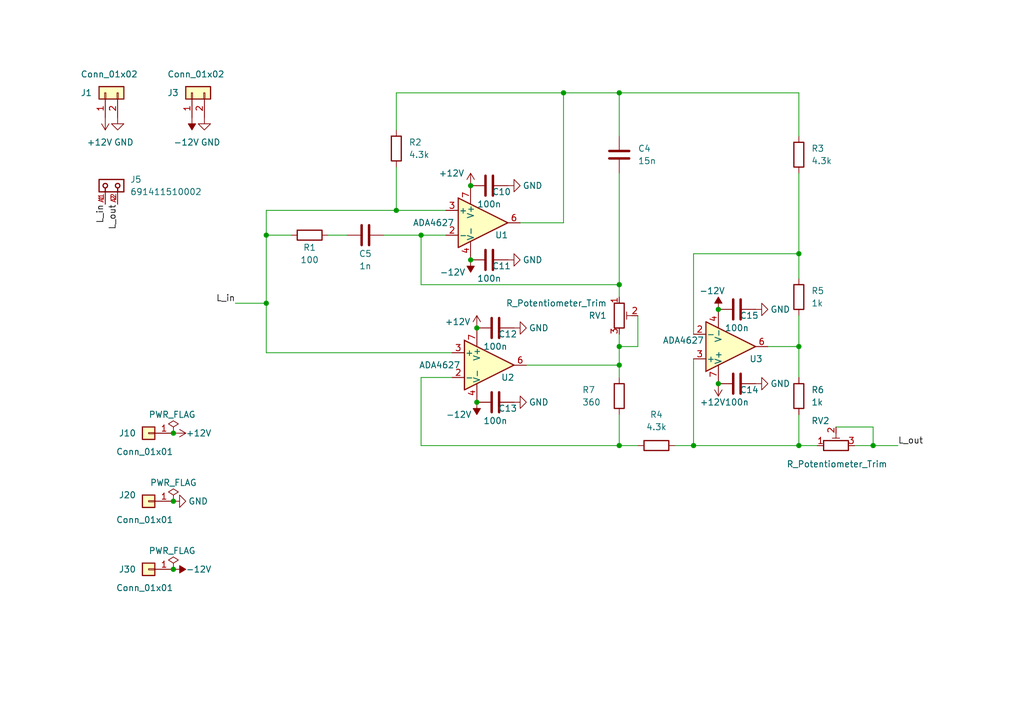
<source format=kicad_sch>
(kicad_sch (version 20211123) (generator eeschema)

  (uuid e63e39d7-6ac0-4ffd-8aa3-1841a4541b55)

  (paper "A5")

  (title_block
    (title "Floating Inductance Simulator Circuit")
    (date "2022-06-01")
    (rev "v0.1")
    (comment 1 "Based on the Grueningen Synthetic Inductor circuit")
  )

  (lib_symbols
    (symbol "Connector_Generic:Conn_01x01" (pin_names (offset 1.016) hide) (in_bom yes) (on_board yes)
      (property "Reference" "J" (id 0) (at 0 2.54 0)
        (effects (font (size 1.27 1.27)))
      )
      (property "Value" "Conn_01x01" (id 1) (at 0 -2.54 0)
        (effects (font (size 1.27 1.27)))
      )
      (property "Footprint" "" (id 2) (at 0 0 0)
        (effects (font (size 1.27 1.27)) hide)
      )
      (property "Datasheet" "~" (id 3) (at 0 0 0)
        (effects (font (size 1.27 1.27)) hide)
      )
      (property "ki_keywords" "connector" (id 4) (at 0 0 0)
        (effects (font (size 1.27 1.27)) hide)
      )
      (property "ki_description" "Generic connector, single row, 01x01, script generated (kicad-library-utils/schlib/autogen/connector/)" (id 5) (at 0 0 0)
        (effects (font (size 1.27 1.27)) hide)
      )
      (property "ki_fp_filters" "Connector*:*_1x??_*" (id 6) (at 0 0 0)
        (effects (font (size 1.27 1.27)) hide)
      )
      (symbol "Conn_01x01_1_1"
        (rectangle (start -1.27 0.127) (end 0 -0.127)
          (stroke (width 0.1524) (type default) (color 0 0 0 0))
          (fill (type none))
        )
        (rectangle (start -1.27 1.27) (end 1.27 -1.27)
          (stroke (width 0.254) (type default) (color 0 0 0 0))
          (fill (type background))
        )
        (pin passive line (at -5.08 0 0) (length 3.81)
          (name "Pin_1" (effects (font (size 1.27 1.27))))
          (number "1" (effects (font (size 1.27 1.27))))
        )
      )
    )
    (symbol "Connector_Generic:Conn_01x02" (pin_names (offset 1.016) hide) (in_bom yes) (on_board yes)
      (property "Reference" "J" (id 0) (at 0 2.54 0)
        (effects (font (size 1.27 1.27)))
      )
      (property "Value" "Conn_01x02" (id 1) (at 0 -5.08 0)
        (effects (font (size 1.27 1.27)))
      )
      (property "Footprint" "" (id 2) (at 0 0 0)
        (effects (font (size 1.27 1.27)) hide)
      )
      (property "Datasheet" "~" (id 3) (at 0 0 0)
        (effects (font (size 1.27 1.27)) hide)
      )
      (property "ki_keywords" "connector" (id 4) (at 0 0 0)
        (effects (font (size 1.27 1.27)) hide)
      )
      (property "ki_description" "Generic connector, single row, 01x02, script generated (kicad-library-utils/schlib/autogen/connector/)" (id 5) (at 0 0 0)
        (effects (font (size 1.27 1.27)) hide)
      )
      (property "ki_fp_filters" "Connector*:*_1x??_*" (id 6) (at 0 0 0)
        (effects (font (size 1.27 1.27)) hide)
      )
      (symbol "Conn_01x02_1_1"
        (rectangle (start -1.27 -2.413) (end 0 -2.667)
          (stroke (width 0.1524) (type default) (color 0 0 0 0))
          (fill (type none))
        )
        (rectangle (start -1.27 0.127) (end 0 -0.127)
          (stroke (width 0.1524) (type default) (color 0 0 0 0))
          (fill (type none))
        )
        (rectangle (start -1.27 1.27) (end 1.27 -3.81)
          (stroke (width 0.254) (type default) (color 0 0 0 0))
          (fill (type background))
        )
        (pin passive line (at -5.08 0 0) (length 3.81)
          (name "Pin_1" (effects (font (size 1.27 1.27))))
          (number "1" (effects (font (size 1.27 1.27))))
        )
        (pin passive line (at -5.08 -2.54 0) (length 3.81)
          (name "Pin_2" (effects (font (size 1.27 1.27))))
          (number "2" (effects (font (size 1.27 1.27))))
        )
      )
    )
    (symbol "Device:C" (pin_numbers hide) (pin_names (offset 0.254)) (in_bom yes) (on_board yes)
      (property "Reference" "C" (id 0) (at 0.635 2.54 0)
        (effects (font (size 1.27 1.27)) (justify left))
      )
      (property "Value" "C" (id 1) (at 0.635 -2.54 0)
        (effects (font (size 1.27 1.27)) (justify left))
      )
      (property "Footprint" "" (id 2) (at 0.9652 -3.81 0)
        (effects (font (size 1.27 1.27)) hide)
      )
      (property "Datasheet" "~" (id 3) (at 0 0 0)
        (effects (font (size 1.27 1.27)) hide)
      )
      (property "ki_keywords" "cap capacitor" (id 4) (at 0 0 0)
        (effects (font (size 1.27 1.27)) hide)
      )
      (property "ki_description" "Unpolarized capacitor" (id 5) (at 0 0 0)
        (effects (font (size 1.27 1.27)) hide)
      )
      (property "ki_fp_filters" "C_*" (id 6) (at 0 0 0)
        (effects (font (size 1.27 1.27)) hide)
      )
      (symbol "C_0_1"
        (polyline
          (pts
            (xy -2.032 -0.762)
            (xy 2.032 -0.762)
          )
          (stroke (width 0.508) (type default) (color 0 0 0 0))
          (fill (type none))
        )
        (polyline
          (pts
            (xy -2.032 0.762)
            (xy 2.032 0.762)
          )
          (stroke (width 0.508) (type default) (color 0 0 0 0))
          (fill (type none))
        )
      )
      (symbol "C_1_1"
        (pin passive line (at 0 3.81 270) (length 2.794)
          (name "~" (effects (font (size 1.27 1.27))))
          (number "1" (effects (font (size 1.27 1.27))))
        )
        (pin passive line (at 0 -3.81 90) (length 2.794)
          (name "~" (effects (font (size 1.27 1.27))))
          (number "2" (effects (font (size 1.27 1.27))))
        )
      )
    )
    (symbol "Device:R" (pin_numbers hide) (pin_names (offset 0)) (in_bom yes) (on_board yes)
      (property "Reference" "R" (id 0) (at 2.032 0 90)
        (effects (font (size 1.27 1.27)))
      )
      (property "Value" "R" (id 1) (at 0 0 90)
        (effects (font (size 1.27 1.27)))
      )
      (property "Footprint" "" (id 2) (at -1.778 0 90)
        (effects (font (size 1.27 1.27)) hide)
      )
      (property "Datasheet" "~" (id 3) (at 0 0 0)
        (effects (font (size 1.27 1.27)) hide)
      )
      (property "ki_keywords" "R res resistor" (id 4) (at 0 0 0)
        (effects (font (size 1.27 1.27)) hide)
      )
      (property "ki_description" "Resistor" (id 5) (at 0 0 0)
        (effects (font (size 1.27 1.27)) hide)
      )
      (property "ki_fp_filters" "R_*" (id 6) (at 0 0 0)
        (effects (font (size 1.27 1.27)) hide)
      )
      (symbol "R_0_1"
        (rectangle (start -1.016 -2.54) (end 1.016 2.54)
          (stroke (width 0.254) (type default) (color 0 0 0 0))
          (fill (type none))
        )
      )
      (symbol "R_1_1"
        (pin passive line (at 0 3.81 270) (length 1.27)
          (name "~" (effects (font (size 1.27 1.27))))
          (number "1" (effects (font (size 1.27 1.27))))
        )
        (pin passive line (at 0 -3.81 90) (length 1.27)
          (name "~" (effects (font (size 1.27 1.27))))
          (number "2" (effects (font (size 1.27 1.27))))
        )
      )
    )
    (symbol "Device:R_Potentiometer_Trim" (pin_names (offset 1.016) hide) (in_bom yes) (on_board yes)
      (property "Reference" "RV" (id 0) (at -4.445 0 90)
        (effects (font (size 1.27 1.27)))
      )
      (property "Value" "R_Potentiometer_Trim" (id 1) (at -2.54 0 90)
        (effects (font (size 1.27 1.27)))
      )
      (property "Footprint" "" (id 2) (at 0 0 0)
        (effects (font (size 1.27 1.27)) hide)
      )
      (property "Datasheet" "~" (id 3) (at 0 0 0)
        (effects (font (size 1.27 1.27)) hide)
      )
      (property "ki_keywords" "resistor variable trimpot trimmer" (id 4) (at 0 0 0)
        (effects (font (size 1.27 1.27)) hide)
      )
      (property "ki_description" "Trim-potentiometer" (id 5) (at 0 0 0)
        (effects (font (size 1.27 1.27)) hide)
      )
      (property "ki_fp_filters" "Potentiometer*" (id 6) (at 0 0 0)
        (effects (font (size 1.27 1.27)) hide)
      )
      (symbol "R_Potentiometer_Trim_0_1"
        (polyline
          (pts
            (xy 1.524 0.762)
            (xy 1.524 -0.762)
          )
          (stroke (width 0) (type default) (color 0 0 0 0))
          (fill (type none))
        )
        (polyline
          (pts
            (xy 2.54 0)
            (xy 1.524 0)
          )
          (stroke (width 0) (type default) (color 0 0 0 0))
          (fill (type none))
        )
        (rectangle (start 1.016 2.54) (end -1.016 -2.54)
          (stroke (width 0.254) (type default) (color 0 0 0 0))
          (fill (type none))
        )
      )
      (symbol "R_Potentiometer_Trim_1_1"
        (pin passive line (at 0 3.81 270) (length 1.27)
          (name "1" (effects (font (size 1.27 1.27))))
          (number "1" (effects (font (size 1.27 1.27))))
        )
        (pin passive line (at 3.81 0 180) (length 1.27)
          (name "2" (effects (font (size 1.27 1.27))))
          (number "2" (effects (font (size 1.27 1.27))))
        )
        (pin passive line (at 0 -3.81 90) (length 1.27)
          (name "3" (effects (font (size 1.27 1.27))))
          (number "3" (effects (font (size 1.27 1.27))))
        )
      )
    )
    (symbol "power:+12V" (power) (pin_names (offset 0)) (in_bom yes) (on_board yes)
      (property "Reference" "#PWR" (id 0) (at 0 -3.81 0)
        (effects (font (size 1.27 1.27)) hide)
      )
      (property "Value" "+12V" (id 1) (at 0 3.556 0)
        (effects (font (size 1.27 1.27)))
      )
      (property "Footprint" "" (id 2) (at 0 0 0)
        (effects (font (size 1.27 1.27)) hide)
      )
      (property "Datasheet" "" (id 3) (at 0 0 0)
        (effects (font (size 1.27 1.27)) hide)
      )
      (property "ki_keywords" "power-flag" (id 4) (at 0 0 0)
        (effects (font (size 1.27 1.27)) hide)
      )
      (property "ki_description" "Power symbol creates a global label with name \"+12V\"" (id 5) (at 0 0 0)
        (effects (font (size 1.27 1.27)) hide)
      )
      (symbol "+12V_0_1"
        (polyline
          (pts
            (xy -0.762 1.27)
            (xy 0 2.54)
          )
          (stroke (width 0) (type default) (color 0 0 0 0))
          (fill (type none))
        )
        (polyline
          (pts
            (xy 0 0)
            (xy 0 2.54)
          )
          (stroke (width 0) (type default) (color 0 0 0 0))
          (fill (type none))
        )
        (polyline
          (pts
            (xy 0 2.54)
            (xy 0.762 1.27)
          )
          (stroke (width 0) (type default) (color 0 0 0 0))
          (fill (type none))
        )
      )
      (symbol "+12V_1_1"
        (pin power_in line (at 0 0 90) (length 0) hide
          (name "+12V" (effects (font (size 1.27 1.27))))
          (number "1" (effects (font (size 1.27 1.27))))
        )
      )
    )
    (symbol "power:-12V" (power) (pin_names (offset 0)) (in_bom yes) (on_board yes)
      (property "Reference" "#PWR" (id 0) (at 0 2.54 0)
        (effects (font (size 1.27 1.27)) hide)
      )
      (property "Value" "-12V" (id 1) (at 0 3.81 0)
        (effects (font (size 1.27 1.27)))
      )
      (property "Footprint" "" (id 2) (at 0 0 0)
        (effects (font (size 1.27 1.27)) hide)
      )
      (property "Datasheet" "" (id 3) (at 0 0 0)
        (effects (font (size 1.27 1.27)) hide)
      )
      (property "ki_keywords" "power-flag" (id 4) (at 0 0 0)
        (effects (font (size 1.27 1.27)) hide)
      )
      (property "ki_description" "Power symbol creates a global label with name \"-12V\"" (id 5) (at 0 0 0)
        (effects (font (size 1.27 1.27)) hide)
      )
      (symbol "-12V_0_0"
        (pin power_in line (at 0 0 90) (length 0) hide
          (name "-12V" (effects (font (size 1.27 1.27))))
          (number "1" (effects (font (size 1.27 1.27))))
        )
      )
      (symbol "-12V_0_1"
        (polyline
          (pts
            (xy 0 0)
            (xy 0 1.27)
            (xy 0.762 1.27)
            (xy 0 2.54)
            (xy -0.762 1.27)
            (xy 0 1.27)
          )
          (stroke (width 0) (type default) (color 0 0 0 0))
          (fill (type outline))
        )
      )
    )
    (symbol "power:GND" (power) (pin_names (offset 0)) (in_bom yes) (on_board yes)
      (property "Reference" "#PWR" (id 0) (at 0 -6.35 0)
        (effects (font (size 1.27 1.27)) hide)
      )
      (property "Value" "GND" (id 1) (at 0 -3.81 0)
        (effects (font (size 1.27 1.27)))
      )
      (property "Footprint" "" (id 2) (at 0 0 0)
        (effects (font (size 1.27 1.27)) hide)
      )
      (property "Datasheet" "" (id 3) (at 0 0 0)
        (effects (font (size 1.27 1.27)) hide)
      )
      (property "ki_keywords" "power-flag" (id 4) (at 0 0 0)
        (effects (font (size 1.27 1.27)) hide)
      )
      (property "ki_description" "Power symbol creates a global label with name \"GND\" , ground" (id 5) (at 0 0 0)
        (effects (font (size 1.27 1.27)) hide)
      )
      (symbol "GND_0_1"
        (polyline
          (pts
            (xy 0 0)
            (xy 0 -1.27)
            (xy 1.27 -1.27)
            (xy 0 -2.54)
            (xy -1.27 -1.27)
            (xy 0 -1.27)
          )
          (stroke (width 0) (type default) (color 0 0 0 0))
          (fill (type none))
        )
      )
      (symbol "GND_1_1"
        (pin power_in line (at 0 0 270) (length 0) hide
          (name "GND" (effects (font (size 1.27 1.27))))
          (number "1" (effects (font (size 1.27 1.27))))
        )
      )
    )
    (symbol "power:PWR_FLAG" (power) (pin_numbers hide) (pin_names (offset 0) hide) (in_bom yes) (on_board yes)
      (property "Reference" "#FLG" (id 0) (at 0 1.905 0)
        (effects (font (size 1.27 1.27)) hide)
      )
      (property "Value" "PWR_FLAG" (id 1) (at 0 3.81 0)
        (effects (font (size 1.27 1.27)))
      )
      (property "Footprint" "" (id 2) (at 0 0 0)
        (effects (font (size 1.27 1.27)) hide)
      )
      (property "Datasheet" "~" (id 3) (at 0 0 0)
        (effects (font (size 1.27 1.27)) hide)
      )
      (property "ki_keywords" "power-flag" (id 4) (at 0 0 0)
        (effects (font (size 1.27 1.27)) hide)
      )
      (property "ki_description" "Special symbol for telling ERC where power comes from" (id 5) (at 0 0 0)
        (effects (font (size 1.27 1.27)) hide)
      )
      (symbol "PWR_FLAG_0_0"
        (pin power_out line (at 0 0 90) (length 0)
          (name "pwr" (effects (font (size 1.27 1.27))))
          (number "1" (effects (font (size 1.27 1.27))))
        )
      )
      (symbol "PWR_FLAG_0_1"
        (polyline
          (pts
            (xy 0 0)
            (xy 0 1.27)
            (xy -1.016 1.905)
            (xy 0 2.54)
            (xy 1.016 1.905)
            (xy 0 1.27)
          )
          (stroke (width 0) (type default) (color 0 0 0 0))
          (fill (type none))
        )
      )
    )
    (symbol "user_symbols:ADA4627" (pin_names (offset 0.127)) (in_bom yes) (on_board yes)
      (property "Reference" "U" (id 0) (at 0 6.35 0)
        (effects (font (size 1.27 1.27)) (justify left))
      )
      (property "Value" "ADA4627" (id 1) (at 0 3.81 0)
        (effects (font (size 1.27 1.27)) (justify left))
      )
      (property "Footprint" "Package_SO:SOIC-8_3.9x4.9mm_P1.27mm" (id 2) (at 2.54 17.78 0)
        (effects (font (size 1.27 1.27)) (justify left) hide)
      )
      (property "Datasheet" "https://www.analog.com/media/en/technical-documentation/data-sheets/ADA4627-1_4637-1.pdf" (id 3) (at 1.27 20.32 0)
        (effects (font (size 1.27 1.27)) hide)
      )
      (property "ki_keywords" "single opamp, low noise, low bias current" (id 4) (at 0 0 0)
        (effects (font (size 1.27 1.27)) hide)
      )
      (property "ki_description" "JFET operational amplifier SOIC-8" (id 5) (at 0 0 0)
        (effects (font (size 1.27 1.27)) hide)
      )
      (property "ki_fp_filters" "SOIC*3.9x4.9mm*P1.27mm*" (id 6) (at 0 0 0)
        (effects (font (size 1.27 1.27)) hide)
      )
      (symbol "ADA4627_0_1"
        (polyline
          (pts
            (xy -5.08 5.08)
            (xy 5.08 0)
            (xy -5.08 -5.08)
            (xy -5.08 5.08)
          )
          (stroke (width 0.254) (type default) (color 0 0 0 0))
          (fill (type background))
        )
      )
      (symbol "ADA4627_1_1"
        (pin no_connect line (at -2.54 2.54 270) (length 2.54) hide
          (name "NC" (effects (font (size 1.27 1.27))))
          (number "1" (effects (font (size 1.27 1.27))))
        )
        (pin input line (at -7.62 -2.54 0) (length 2.54)
          (name "-" (effects (font (size 1.27 1.27))))
          (number "2" (effects (font (size 1.27 1.27))))
        )
        (pin input line (at -7.62 2.54 0) (length 2.54)
          (name "+" (effects (font (size 1.27 1.27))))
          (number "3" (effects (font (size 1.27 1.27))))
        )
        (pin power_in line (at -2.54 -7.62 90) (length 3.81)
          (name "V-" (effects (font (size 1.27 1.27))))
          (number "4" (effects (font (size 1.27 1.27))))
        )
        (pin no_connect line (at 0 2.54 270) (length 2.54) hide
          (name "NC" (effects (font (size 1.27 1.27))))
          (number "5" (effects (font (size 1.27 1.27))))
        )
        (pin output line (at 7.62 0 180) (length 2.54)
          (name "~" (effects (font (size 1.27 1.27))))
          (number "6" (effects (font (size 1.27 1.27))))
        )
        (pin power_in line (at -2.54 7.62 270) (length 3.81)
          (name "V+" (effects (font (size 1.27 1.27))))
          (number "7" (effects (font (size 1.27 1.27))))
        )
        (pin no_connect line (at 0 -2.54 90) (length 2.54) hide
          (name "NC" (effects (font (size 1.27 1.27))))
          (number "8" (effects (font (size 1.27 1.27))))
        )
      )
    )
    (symbol "wurth_691411510002:691411510002" (pin_names (offset 1.016) hide) (in_bom yes) (on_board yes)
      (property "Reference" "J" (id 0) (at 0 2.54 0)
        (effects (font (size 1.27 1.27)) (justify left bottom))
      )
      (property "Value" "691411510002" (id 1) (at 1.27 11.43 0)
        (effects (font (size 1.27 1.27)) (justify left bottom))
      )
      (property "Footprint" "wurth_691411510002:691411510002" (id 2) (at 0 16.51 0)
        (effects (font (size 1.27 1.27)) (justify left bottom) hide)
      )
      (property "Datasheet" "" (id 3) (at 0 16.51 0)
        (effects (font (size 1.27 1.27)) (justify left bottom) hide)
      )
      (property "WIRE" "16 to 30 (AWG) 1.31 to 0.0509 (mm²)" (id 4) (at 0 16.51 0)
        (effects (font (size 1.27 1.27)) (justify left bottom) hide)
      )
      (property "PINS" "2" (id 5) (at 0 16.51 0)
        (effects (font (size 1.27 1.27)) (justify left bottom) hide)
      )
      (property "IR-VDE" "10A" (id 6) (at 0 16.51 0)
        (effects (font (size 1.27 1.27)) (justify left bottom) hide)
      )
      (property "MOUNT" "THT" (id 7) (at 0 16.51 0)
        (effects (font (size 1.27 1.27)) (justify left bottom) hide)
      )
      (property "PART-NUMBER" "691411510002" (id 8) (at 0 16.51 0)
        (effects (font (size 1.27 1.27)) (justify left bottom) hide)
      )
      (property "VALUE" "691411510002" (id 9) (at 0 16.51 0)
        (effects (font (size 1.27 1.27)) (justify left bottom) hide)
      )
      (property "TYPE" "Horizontal" (id 10) (at 0 16.51 0)
        (effects (font (size 1.27 1.27)) (justify left bottom) hide)
      )
      (property "WORKING-VOLTAGE-VDE" "250V (AC)" (id 11) (at 0 16.51 0)
        (effects (font (size 1.27 1.27)) (justify left bottom) hide)
      )
      (property "WORKING-VOLTAGE-UL" "300V (AC)" (id 12) (at 0 16.51 0)
        (effects (font (size 1.27 1.27)) (justify left bottom) hide)
      )
      (property "PITCH" "5.08mm" (id 13) (at 0 16.51 0)
        (effects (font (size 1.27 1.27)) (justify left bottom) hide)
      )
      (property "DATASHEET-URL" "https://www.we-online.com/catalog/datasheet/691411510002.pdf" (id 14) (at 1.27 13.97 0)
        (effects (font (size 1.27 1.27)) (justify left bottom) hide)
      )
      (property "IR-UL" "10A" (id 15) (at 0 16.51 0)
        (effects (font (size 1.27 1.27)) (justify left bottom) hide)
      )
      (property "ki_description" "Wurth screwless connector" (id 16) (at 0 0 0)
        (effects (font (size 1.27 1.27)) hide)
      )
      (symbol "691411510002_0_0"
        (circle (center -1.27 0) (radius 0.4572)
          (stroke (width 0.254) (type default) (color 0 0 0 0))
          (fill (type none))
        )
        (polyline
          (pts
            (xy -2.54 -1.27)
            (xy 2.54 -1.27)
          )
          (stroke (width 0.254) (type default) (color 0 0 0 0))
          (fill (type none))
        )
        (polyline
          (pts
            (xy -2.54 1.27)
            (xy -2.54 -1.27)
          )
          (stroke (width 0.254) (type default) (color 0 0 0 0))
          (fill (type none))
        )
        (polyline
          (pts
            (xy -1.27 -0.508)
            (xy -1.27 -1.27)
          )
          (stroke (width 0.254) (type default) (color 0 0 0 0))
          (fill (type none))
        )
        (polyline
          (pts
            (xy 1.27 -0.508)
            (xy 1.27 -1.27)
          )
          (stroke (width 0.254) (type default) (color 0 0 0 0))
          (fill (type none))
        )
        (polyline
          (pts
            (xy 2.54 -1.27)
            (xy 2.54 1.27)
          )
          (stroke (width 0.254) (type default) (color 0 0 0 0))
          (fill (type none))
        )
        (polyline
          (pts
            (xy 2.54 1.27)
            (xy -2.54 1.27)
          )
          (stroke (width 0.254) (type default) (color 0 0 0 0))
          (fill (type none))
        )
        (circle (center 1.27 0) (radius 0.4572)
          (stroke (width 0.254) (type default) (color 0 0 0 0))
          (fill (type none))
        )
        (pin passive line (at -1.27 -3.81 90) (length 2.54)
          (name "~" (effects (font (size 1.016 1.016))))
          (number "1" (effects (font (size 1.016 1.016))))
        )
        (pin passive line (at 1.27 -3.81 90) (length 2.54)
          (name "~" (effects (font (size 1.016 1.016))))
          (number "2" (effects (font (size 1.016 1.016))))
        )
        (pin passive line (at -1.27 -3.81 90) (length 2.54)
          (name "~" (effects (font (size 1.016 1.016))))
          (number "A1" (effects (font (size 1.016 1.016))))
        )
        (pin passive line (at 1.27 -3.81 90) (length 2.54)
          (name "~" (effects (font (size 1.016 1.016))))
          (number "A2" (effects (font (size 1.016 1.016))))
        )
      )
    )
  )

  (junction (at 35.56 116.84) (diameter 0) (color 0 0 0 0)
    (uuid 0cd9d275-9216-4f9a-aca2-1589c2cf0425)
  )
  (junction (at 97.79 82.55) (diameter 0) (color 0 0 0 0)
    (uuid 11b84bff-9380-40fc-97b6-d054d9c09dff)
  )
  (junction (at 163.83 91.44) (diameter 0) (color 0 0 0 0)
    (uuid 27ec9412-73ed-4b64-9c4c-61a82afd687a)
  )
  (junction (at 163.83 71.12) (diameter 0) (color 0 0 0 0)
    (uuid 2c124f82-96e4-452b-9bcf-c5e485a250fd)
  )
  (junction (at 96.52 53.34) (diameter 0) (color 0 0 0 0)
    (uuid 30a7d0b2-9365-4afe-b673-dd54a4af8e23)
  )
  (junction (at 86.36 48.26) (diameter 0) (color 0 0 0 0)
    (uuid 4b33eea9-56d8-4216-bd23-299a9581bbdd)
  )
  (junction (at 97.79 67.31) (diameter 0) (color 0 0 0 0)
    (uuid 5875ca79-3603-43b5-bcb5-04d63964fc44)
  )
  (junction (at 115.57 19.05) (diameter 0) (color 0 0 0 0)
    (uuid 61348dde-cfa4-45dc-bad2-6ad6eb1f6ffe)
  )
  (junction (at 147.32 78.74) (diameter 0) (color 0 0 0 0)
    (uuid 6831f1df-52f0-4324-b0be-2943ca45f553)
  )
  (junction (at 127 58.42) (diameter 0) (color 0 0 0 0)
    (uuid 68db7ab9-5682-4834-9ea0-4d626578bf47)
  )
  (junction (at 35.56 102.87) (diameter 0) (color 0 0 0 0)
    (uuid 6d1f4e15-18ff-46d2-8f36-3f743385b12a)
  )
  (junction (at 163.83 52.07) (diameter 0) (color 0 0 0 0)
    (uuid 824610eb-0682-46e2-bb22-5764a39e7777)
  )
  (junction (at 81.28 43.18) (diameter 0) (color 0 0 0 0)
    (uuid 8bf53a52-27c8-4111-9b5e-489c9bcb0dc2)
  )
  (junction (at 127 71.12) (diameter 0) (color 0 0 0 0)
    (uuid 8d710bef-92ed-4811-a922-e2047a497921)
  )
  (junction (at 35.56 88.9) (diameter 0) (color 0 0 0 0)
    (uuid a04f5cc9-4571-459d-b4a2-30348a16408b)
  )
  (junction (at 127 19.05) (diameter 0) (color 0 0 0 0)
    (uuid a4443bb1-62ac-48e0-bc58-264b9dd9e04a)
  )
  (junction (at 142.24 91.44) (diameter 0) (color 0 0 0 0)
    (uuid ad178e45-f24d-49bb-a3db-00a2c478a56a)
  )
  (junction (at 127 74.93) (diameter 0) (color 0 0 0 0)
    (uuid b0a5352c-9501-4257-b99a-a6b0ad322cf3)
  )
  (junction (at 96.52 38.1) (diameter 0) (color 0 0 0 0)
    (uuid b6cfd7cd-5af0-43d4-ab36-564cb25f703e)
  )
  (junction (at 54.61 48.26) (diameter 0) (color 0 0 0 0)
    (uuid c02b866b-d95d-435e-9488-da2fdf72c80d)
  )
  (junction (at 179.07 91.44) (diameter 0) (color 0 0 0 0)
    (uuid d19239ff-a7b5-4b9f-8e98-9e56f9a3d9a1)
  )
  (junction (at 127 91.44) (diameter 0) (color 0 0 0 0)
    (uuid d97d7251-8e95-4fc1-b789-58e07369221c)
  )
  (junction (at 54.61 62.23) (diameter 0) (color 0 0 0 0)
    (uuid e1a57abc-e1de-4622-8769-4b8801fef914)
  )
  (junction (at 147.32 63.5) (diameter 0) (color 0 0 0 0)
    (uuid f265e716-0918-4cb9-8f26-1f21ee539661)
  )

  (wire (pts (xy 86.36 77.47) (xy 92.71 77.47))
    (stroke (width 0) (type default) (color 0 0 0 0))
    (uuid 0011052c-1498-4e9f-8f11-87fa06829948)
  )
  (wire (pts (xy 54.61 72.39) (xy 92.71 72.39))
    (stroke (width 0) (type default) (color 0 0 0 0))
    (uuid 00944074-9cab-4e37-a295-b9355ccf8eae)
  )
  (wire (pts (xy 163.83 64.77) (xy 163.83 71.12))
    (stroke (width 0) (type default) (color 0 0 0 0))
    (uuid 06704503-4f06-41a3-af2b-124c7a2c380e)
  )
  (wire (pts (xy 127 74.93) (xy 127 77.47))
    (stroke (width 0) (type default) (color 0 0 0 0))
    (uuid 0cfcbd19-6d8a-4217-8d72-4d7af8b0a109)
  )
  (wire (pts (xy 127 85.09) (xy 127 91.44))
    (stroke (width 0) (type default) (color 0 0 0 0))
    (uuid 0eb5016c-842d-4db7-823a-6328055218b0)
  )
  (wire (pts (xy 86.36 58.42) (xy 127 58.42))
    (stroke (width 0) (type default) (color 0 0 0 0))
    (uuid 144264be-1fbb-49a5-90d0-78f8a1ac17f5)
  )
  (wire (pts (xy 54.61 43.18) (xy 54.61 48.26))
    (stroke (width 0) (type default) (color 0 0 0 0))
    (uuid 16128fd1-4157-4370-9b31-ce987c7b08bb)
  )
  (wire (pts (xy 142.24 91.44) (xy 163.83 91.44))
    (stroke (width 0) (type default) (color 0 0 0 0))
    (uuid 19b7e450-7a88-497c-8a0a-e7ebe3f06a70)
  )
  (wire (pts (xy 81.28 19.05) (xy 115.57 19.05))
    (stroke (width 0) (type default) (color 0 0 0 0))
    (uuid 1fdd5a56-d6c5-4b16-8b57-99219901bb72)
  )
  (wire (pts (xy 115.57 19.05) (xy 127 19.05))
    (stroke (width 0) (type default) (color 0 0 0 0))
    (uuid 22acbeb1-15bc-4184-a152-c75de3e01752)
  )
  (wire (pts (xy 163.83 35.56) (xy 163.83 52.07))
    (stroke (width 0) (type default) (color 0 0 0 0))
    (uuid 247aa374-69b6-4693-9bdf-f5a845cfe06e)
  )
  (wire (pts (xy 127 91.44) (xy 130.81 91.44))
    (stroke (width 0) (type default) (color 0 0 0 0))
    (uuid 3141491b-e604-43db-a502-ed17b01149d0)
  )
  (wire (pts (xy 179.07 91.44) (xy 184.15 91.44))
    (stroke (width 0) (type default) (color 0 0 0 0))
    (uuid 3a0ac398-d0be-4381-a77a-af523c29dc16)
  )
  (wire (pts (xy 78.74 48.26) (xy 86.36 48.26))
    (stroke (width 0) (type default) (color 0 0 0 0))
    (uuid 40017070-eea9-4abb-8f1e-90139a7be06c)
  )
  (wire (pts (xy 106.68 45.72) (xy 115.57 45.72))
    (stroke (width 0) (type default) (color 0 0 0 0))
    (uuid 4025b2bd-bfe0-49db-aece-78857951537b)
  )
  (wire (pts (xy 163.83 71.12) (xy 157.48 71.12))
    (stroke (width 0) (type default) (color 0 0 0 0))
    (uuid 443d5325-215c-4754-8563-7ffe2adaab3f)
  )
  (wire (pts (xy 81.28 34.29) (xy 81.28 43.18))
    (stroke (width 0) (type default) (color 0 0 0 0))
    (uuid 4831c872-f2ba-4273-8083-5482f0076588)
  )
  (wire (pts (xy 54.61 72.39) (xy 54.61 62.23))
    (stroke (width 0) (type default) (color 0 0 0 0))
    (uuid 4adf3f40-f3d8-411b-b120-65587d881839)
  )
  (wire (pts (xy 163.83 91.44) (xy 167.64 91.44))
    (stroke (width 0) (type default) (color 0 0 0 0))
    (uuid 4c999969-d2d2-4e67-9fef-e9baba19f6b9)
  )
  (wire (pts (xy 142.24 68.58) (xy 142.24 52.07))
    (stroke (width 0) (type default) (color 0 0 0 0))
    (uuid 5a023bce-2d16-4e65-8ce1-2214b1024684)
  )
  (wire (pts (xy 115.57 45.72) (xy 115.57 19.05))
    (stroke (width 0) (type default) (color 0 0 0 0))
    (uuid 62c87b39-e5e3-46d2-be2c-7e33c54954da)
  )
  (wire (pts (xy 142.24 52.07) (xy 163.83 52.07))
    (stroke (width 0) (type default) (color 0 0 0 0))
    (uuid 680abc29-9dfd-428b-a93b-1dac40fa5097)
  )
  (wire (pts (xy 127 58.42) (xy 127 60.96))
    (stroke (width 0) (type default) (color 0 0 0 0))
    (uuid 69aa9a5f-ac33-4bff-a4fe-ea232936c76d)
  )
  (wire (pts (xy 86.36 48.26) (xy 91.44 48.26))
    (stroke (width 0) (type default) (color 0 0 0 0))
    (uuid 7039f8f5-343b-4ab3-a9b8-5afe1392797d)
  )
  (wire (pts (xy 86.36 58.42) (xy 86.36 48.26))
    (stroke (width 0) (type default) (color 0 0 0 0))
    (uuid 71f225df-b4a9-4f9c-b5d4-45b136b81e70)
  )
  (wire (pts (xy 179.07 87.63) (xy 179.07 91.44))
    (stroke (width 0) (type default) (color 0 0 0 0))
    (uuid 72fb57d9-8498-4860-8e02-223de7bbde9e)
  )
  (wire (pts (xy 163.83 71.12) (xy 163.83 77.47))
    (stroke (width 0) (type default) (color 0 0 0 0))
    (uuid 747cbf32-95cc-4c80-bb49-0cce305176ae)
  )
  (wire (pts (xy 127 68.58) (xy 127 71.12))
    (stroke (width 0) (type default) (color 0 0 0 0))
    (uuid 75a66cae-31a5-468f-9d68-bf757bcc2b06)
  )
  (wire (pts (xy 130.81 64.77) (xy 130.81 71.12))
    (stroke (width 0) (type default) (color 0 0 0 0))
    (uuid 77ea1b4e-a183-4d7d-a03d-ea8b178dd5ff)
  )
  (wire (pts (xy 175.26 91.44) (xy 179.07 91.44))
    (stroke (width 0) (type default) (color 0 0 0 0))
    (uuid 7e035e12-05b3-44ed-81d0-b1fab73b2239)
  )
  (wire (pts (xy 91.44 43.18) (xy 81.28 43.18))
    (stroke (width 0) (type default) (color 0 0 0 0))
    (uuid 832624e4-0ea0-43eb-88ed-8fe8d6914fbb)
  )
  (wire (pts (xy 163.83 52.07) (xy 163.83 57.15))
    (stroke (width 0) (type default) (color 0 0 0 0))
    (uuid 98b469c0-ef40-43f7-b829-75843768e0ec)
  )
  (wire (pts (xy 81.28 26.67) (xy 81.28 19.05))
    (stroke (width 0) (type default) (color 0 0 0 0))
    (uuid 9d49eab8-971f-415d-8a2d-e637124429c1)
  )
  (wire (pts (xy 163.83 19.05) (xy 127 19.05))
    (stroke (width 0) (type default) (color 0 0 0 0))
    (uuid a50fe767-2fd4-4f0b-955f-6de3126115e5)
  )
  (wire (pts (xy 142.24 73.66) (xy 142.24 91.44))
    (stroke (width 0) (type default) (color 0 0 0 0))
    (uuid a76246bc-4afc-4494-96d5-f03836a76b44)
  )
  (wire (pts (xy 54.61 48.26) (xy 59.69 48.26))
    (stroke (width 0) (type default) (color 0 0 0 0))
    (uuid ad8baf12-b9c9-4144-8b17-1832a73e05a4)
  )
  (wire (pts (xy 127 27.94) (xy 127 19.05))
    (stroke (width 0) (type default) (color 0 0 0 0))
    (uuid ae983c3b-c208-4862-a4c8-50d08f912e8d)
  )
  (wire (pts (xy 54.61 62.23) (xy 48.26 62.23))
    (stroke (width 0) (type default) (color 0 0 0 0))
    (uuid b35ed9e0-0ca4-4a11-8dc7-a2b87339b920)
  )
  (wire (pts (xy 127 35.56) (xy 127 58.42))
    (stroke (width 0) (type default) (color 0 0 0 0))
    (uuid c356ab19-506c-4d8e-9a29-26c312a8865f)
  )
  (wire (pts (xy 163.83 85.09) (xy 163.83 91.44))
    (stroke (width 0) (type default) (color 0 0 0 0))
    (uuid c74578c2-e18a-4b35-b678-1be59c0752de)
  )
  (wire (pts (xy 86.36 91.44) (xy 127 91.44))
    (stroke (width 0) (type default) (color 0 0 0 0))
    (uuid c990c8d9-4287-4542-8db3-c1a6ddd3a17e)
  )
  (wire (pts (xy 81.28 43.18) (xy 54.61 43.18))
    (stroke (width 0) (type default) (color 0 0 0 0))
    (uuid caacb7c5-5cdd-4581-b605-feb53c2c1f47)
  )
  (wire (pts (xy 127 74.93) (xy 127 71.12))
    (stroke (width 0) (type default) (color 0 0 0 0))
    (uuid cbb6aa2e-85c4-4f1a-b848-c182f5859cf6)
  )
  (wire (pts (xy 130.81 71.12) (xy 127 71.12))
    (stroke (width 0) (type default) (color 0 0 0 0))
    (uuid cf911380-feaf-41e5-9cb8-19b28e753833)
  )
  (wire (pts (xy 171.45 87.63) (xy 179.07 87.63))
    (stroke (width 0) (type default) (color 0 0 0 0))
    (uuid d12d51ac-5b53-48ef-b3bc-628b394f1a26)
  )
  (wire (pts (xy 54.61 62.23) (xy 54.61 48.26))
    (stroke (width 0) (type default) (color 0 0 0 0))
    (uuid d5b6701d-f193-4bb5-b242-e26a6dc346cc)
  )
  (wire (pts (xy 138.43 91.44) (xy 142.24 91.44))
    (stroke (width 0) (type default) (color 0 0 0 0))
    (uuid df18979b-4d9f-49d3-9d76-26f2a65c334b)
  )
  (wire (pts (xy 86.36 77.47) (xy 86.36 91.44))
    (stroke (width 0) (type default) (color 0 0 0 0))
    (uuid e589c343-7d15-4a95-94cb-8ddf7b573948)
  )
  (wire (pts (xy 107.95 74.93) (xy 127 74.93))
    (stroke (width 0) (type default) (color 0 0 0 0))
    (uuid e605a0ad-c80b-4dc0-9389-cc3a0d0a3b05)
  )
  (wire (pts (xy 163.83 27.94) (xy 163.83 19.05))
    (stroke (width 0) (type default) (color 0 0 0 0))
    (uuid eaca837d-6163-4bb8-8a06-6db050d4e7b3)
  )
  (wire (pts (xy 67.31 48.26) (xy 71.12 48.26))
    (stroke (width 0) (type default) (color 0 0 0 0))
    (uuid f215fb0d-4a64-4880-adca-9282c713b853)
  )

  (label "L_in" (at 48.26 62.23 180)
    (effects (font (size 1.27 1.27)) (justify right bottom))
    (uuid 054b8b70-848a-4dee-89a1-0ee5ade32503)
  )
  (label "L_in" (at 21.59 41.91 270)
    (effects (font (size 1.27 1.27)) (justify right bottom))
    (uuid 4bdaebe3-dadc-4e0b-b4f3-b32846de8754)
  )
  (label "L_out" (at 24.13 41.91 270)
    (effects (font (size 1.27 1.27)) (justify right bottom))
    (uuid 791b2317-4499-4c1e-af00-44b9b9ef618f)
  )
  (label "L_out" (at 184.15 91.44 0)
    (effects (font (size 1.27 1.27)) (justify left bottom))
    (uuid e7d565a4-ea24-487a-ad16-420fe3ca483b)
  )

  (symbol (lib_id "Device:C") (at 100.33 38.1 90) (unit 1)
    (in_bom yes) (on_board yes)
    (uuid 05e3bd33-157e-4269-94f7-008f5d5a7cf1)
    (property "Reference" "C10" (id 0) (at 102.87 39.37 90))
    (property "Value" "100n" (id 1) (at 100.33 41.91 90))
    (property "Footprint" "Capacitor_SMD:C_1210_3225Metric_Pad1.33x2.70mm_HandSolder" (id 2) (at 104.14 37.1348 0)
      (effects (font (size 1.27 1.27)) hide)
    )
    (property "Datasheet" "~" (id 3) (at 100.33 38.1 0)
      (effects (font (size 1.27 1.27)) hide)
    )
    (pin "1" (uuid 8090e485-d2f0-4a17-a512-9fa1927273e2))
    (pin "2" (uuid c7ef5d58-8b45-47f2-a29f-95044c4be863))
  )

  (symbol (lib_id "Connector_Generic:Conn_01x01") (at 30.48 88.9 180) (unit 1)
    (in_bom yes) (on_board yes)
    (uuid 0df2b6c2-c803-4b92-98b9-357d54435668)
    (property "Reference" "J10" (id 0) (at 27.94 88.9 0)
      (effects (font (size 1.27 1.27)) (justify left))
    )
    (property "Value" "Conn_01x01" (id 1) (at 35.56 92.71 0)
      (effects (font (size 1.27 1.27)) (justify left))
    )
    (property "Footprint" "user_global_library:CalTest_CT3151_small" (id 2) (at 30.48 88.9 0)
      (effects (font (size 1.27 1.27)) hide)
    )
    (property "Datasheet" "~" (id 3) (at 30.48 88.9 0)
      (effects (font (size 1.27 1.27)) hide)
    )
    (pin "1" (uuid 908d09d1-4fb7-4d0f-ac84-7d26758d326f))
  )

  (symbol (lib_id "power:GND") (at 154.94 78.74 90) (unit 1)
    (in_bom yes) (on_board yes)
    (uuid 0f1646a9-5615-4fa5-8a6f-55c8f55a7ac9)
    (property "Reference" "#PWR0108" (id 0) (at 161.29 78.74 0)
      (effects (font (size 1.27 1.27)) hide)
    )
    (property "Value" "GND" (id 1) (at 160.02 78.74 90))
    (property "Footprint" "" (id 2) (at 154.94 78.74 0)
      (effects (font (size 1.27 1.27)) hide)
    )
    (property "Datasheet" "" (id 3) (at 154.94 78.74 0)
      (effects (font (size 1.27 1.27)) hide)
    )
    (pin "1" (uuid cce4aa22-2dca-4e52-8c4d-c3ed23d04c39))
  )

  (symbol (lib_id "Device:R") (at 81.28 30.48 0) (unit 1)
    (in_bom yes) (on_board yes) (fields_autoplaced)
    (uuid 11abb483-9dcd-4c33-a370-d7ce03952760)
    (property "Reference" "R2" (id 0) (at 83.82 29.2099 0)
      (effects (font (size 1.27 1.27)) (justify left))
    )
    (property "Value" "4.3k" (id 1) (at 83.82 31.7499 0)
      (effects (font (size 1.27 1.27)) (justify left))
    )
    (property "Footprint" "Resistor_SMD:R_2010_5025Metric_Pad1.40x2.65mm_HandSolder" (id 2) (at 79.502 30.48 90)
      (effects (font (size 1.27 1.27)) hide)
    )
    (property "Datasheet" "~" (id 3) (at 81.28 30.48 0)
      (effects (font (size 1.27 1.27)) hide)
    )
    (pin "1" (uuid 3ae62415-8abf-419c-a702-e642da6a7107))
    (pin "2" (uuid 2010fc78-e9e1-4b89-b573-c96eb2004659))
  )

  (symbol (lib_id "power:-12V") (at 96.52 53.34 180) (unit 1)
    (in_bom yes) (on_board yes)
    (uuid 149f0374-02ec-4fc1-b244-218603b86548)
    (property "Reference" "#PWR0101" (id 0) (at 96.52 55.88 0)
      (effects (font (size 1.27 1.27)) hide)
    )
    (property "Value" "-12V" (id 1) (at 90.17 55.88 0)
      (effects (font (size 1.27 1.27)) (justify right))
    )
    (property "Footprint" "" (id 2) (at 96.52 53.34 0)
      (effects (font (size 1.27 1.27)) hide)
    )
    (property "Datasheet" "" (id 3) (at 96.52 53.34 0)
      (effects (font (size 1.27 1.27)) hide)
    )
    (pin "1" (uuid 55d03651-4781-4a64-84af-25ed5c530771))
  )

  (symbol (lib_id "Device:R_Potentiometer_Trim") (at 127 64.77 0) (unit 1)
    (in_bom yes) (on_board yes)
    (uuid 1cceb638-77c7-4329-9722-2c23273e1a95)
    (property "Reference" "RV1" (id 0) (at 124.46 64.77 0)
      (effects (font (size 1.27 1.27)) (justify right))
    )
    (property "Value" "R_Potentiometer_Trim" (id 1) (at 124.46 62.23 0)
      (effects (font (size 1.27 1.27)) (justify right))
    )
    (property "Footprint" "Potentiometer_THT:Potentiometer_Bourns_3006P_Horizontal" (id 2) (at 127 64.77 0)
      (effects (font (size 1.27 1.27)) hide)
    )
    (property "Datasheet" "~" (id 3) (at 127 64.77 0)
      (effects (font (size 1.27 1.27)) hide)
    )
    (pin "1" (uuid 5780d35f-0921-4f6a-9c93-0e5f071d3064))
    (pin "2" (uuid 864fe4bb-bc0f-4c18-a646-1eb9ebb48425))
    (pin "3" (uuid c952d92f-1f1c-40fe-84b2-f7ce491d77b7))
  )

  (symbol (lib_id "power:-12V") (at 147.32 63.5 0) (unit 1)
    (in_bom yes) (on_board yes)
    (uuid 1ea2ef8d-f1a1-4332-82db-58d5af3e2210)
    (property "Reference" "#PWR0104" (id 0) (at 147.32 60.96 0)
      (effects (font (size 1.27 1.27)) hide)
    )
    (property "Value" "-12V" (id 1) (at 146.05 59.69 0))
    (property "Footprint" "" (id 2) (at 147.32 63.5 0)
      (effects (font (size 1.27 1.27)) hide)
    )
    (property "Datasheet" "" (id 3) (at 147.32 63.5 0)
      (effects (font (size 1.27 1.27)) hide)
    )
    (pin "1" (uuid 798c455d-a969-4caf-b516-96b45f2a23e3))
  )

  (symbol (lib_id "Device:R") (at 134.62 91.44 90) (unit 1)
    (in_bom yes) (on_board yes) (fields_autoplaced)
    (uuid 246fe101-50b0-4ba5-a3c6-25a50e62a634)
    (property "Reference" "R4" (id 0) (at 134.62 85.09 90))
    (property "Value" "4.3k" (id 1) (at 134.62 87.63 90))
    (property "Footprint" "Resistor_SMD:R_2010_5025Metric_Pad1.40x2.65mm_HandSolder" (id 2) (at 134.62 93.218 90)
      (effects (font (size 1.27 1.27)) hide)
    )
    (property "Datasheet" "~" (id 3) (at 134.62 91.44 0)
      (effects (font (size 1.27 1.27)) hide)
    )
    (pin "1" (uuid 0f15e6fd-75f5-4624-befb-92aa8a92264b))
    (pin "2" (uuid 7dd92654-e122-4e88-83c5-d4541a69145b))
  )

  (symbol (lib_id "wurth_691411510002:691411510002") (at 22.86 38.1 0) (unit 1)
    (in_bom yes) (on_board yes) (fields_autoplaced)
    (uuid 26d2c8a3-bbd8-4b5a-83c6-0a0996b586a6)
    (property "Reference" "J5" (id 0) (at 26.67 36.8299 0)
      (effects (font (size 1.27 1.27)) (justify left))
    )
    (property "Value" "691411510002" (id 1) (at 26.67 39.3699 0)
      (effects (font (size 1.27 1.27)) (justify left))
    )
    (property "Footprint" "wurth_691411510002:691411510002" (id 2) (at 22.86 21.59 0)
      (effects (font (size 1.27 1.27)) (justify left bottom) hide)
    )
    (property "Datasheet" "" (id 3) (at 22.86 21.59 0)
      (effects (font (size 1.27 1.27)) (justify left bottom) hide)
    )
    (property "WIRE" "16 to 30 (AWG) 1.31 to 0.0509 (mm²)" (id 4) (at 22.86 21.59 0)
      (effects (font (size 1.27 1.27)) (justify left bottom) hide)
    )
    (property "PINS" "2" (id 5) (at 22.86 21.59 0)
      (effects (font (size 1.27 1.27)) (justify left bottom) hide)
    )
    (property "IR-VDE" "10A" (id 6) (at 22.86 21.59 0)
      (effects (font (size 1.27 1.27)) (justify left bottom) hide)
    )
    (property "MOUNT" "THT" (id 7) (at 22.86 21.59 0)
      (effects (font (size 1.27 1.27)) (justify left bottom) hide)
    )
    (property "PART-NUMBER" "691411510002" (id 8) (at 22.86 21.59 0)
      (effects (font (size 1.27 1.27)) (justify left bottom) hide)
    )
    (property "VALUE" "691411510002" (id 9) (at 22.86 21.59 0)
      (effects (font (size 1.27 1.27)) (justify left bottom) hide)
    )
    (property "TYPE" "Horizontal" (id 10) (at 22.86 21.59 0)
      (effects (font (size 1.27 1.27)) (justify left bottom) hide)
    )
    (property "WORKING-VOLTAGE-VDE" "250V (AC)" (id 11) (at 22.86 21.59 0)
      (effects (font (size 1.27 1.27)) (justify left bottom) hide)
    )
    (property "WORKING-VOLTAGE-UL" "300V (AC)" (id 12) (at 22.86 21.59 0)
      (effects (font (size 1.27 1.27)) (justify left bottom) hide)
    )
    (property "PITCH" "5.08mm" (id 13) (at 22.86 21.59 0)
      (effects (font (size 1.27 1.27)) (justify left bottom) hide)
    )
    (property "DATASHEET-URL" "https://www.we-online.com/catalog/datasheet/691411510002.pdf" (id 14) (at 24.13 24.13 0)
      (effects (font (size 1.27 1.27)) (justify left bottom) hide)
    )
    (property "IR-UL" "10A" (id 15) (at 22.86 21.59 0)
      (effects (font (size 1.27 1.27)) (justify left bottom) hide)
    )
    (pin "1" (uuid bc12bdd9-722f-4382-a83c-409ae54bd7fe))
    (pin "2" (uuid 010186a7-df59-480d-9dd9-4ef4ca594696))
    (pin "A1" (uuid 2e3c5690-39b3-40fb-82e6-12102f2e8839))
    (pin "A2" (uuid 25fbddd4-121b-45bc-9d5c-b1a29b271505))
  )

  (symbol (lib_id "power:+12V") (at 97.79 67.31 0) (unit 1)
    (in_bom yes) (on_board yes)
    (uuid 2a4b77f0-2298-4620-87df-fe660e36a9a6)
    (property "Reference" "#PWR0118" (id 0) (at 97.79 71.12 0)
      (effects (font (size 1.27 1.27)) hide)
    )
    (property "Value" "+12V" (id 1) (at 96.52 66.04 0)
      (effects (font (size 1.27 1.27)) (justify right))
    )
    (property "Footprint" "" (id 2) (at 97.79 67.31 0)
      (effects (font (size 1.27 1.27)) hide)
    )
    (property "Datasheet" "" (id 3) (at 97.79 67.31 0)
      (effects (font (size 1.27 1.27)) hide)
    )
    (pin "1" (uuid 5eefdd59-bae1-47e9-a4e8-a5dfbc6cb78c))
  )

  (symbol (lib_id "Connector_Generic:Conn_01x01") (at 30.48 102.87 180) (unit 1)
    (in_bom yes) (on_board yes)
    (uuid 2c83c551-76b9-4626-a54b-379a3b90137a)
    (property "Reference" "J20" (id 0) (at 27.94 101.6 0)
      (effects (font (size 1.27 1.27)) (justify left))
    )
    (property "Value" "Conn_01x01" (id 1) (at 35.56 106.68 0)
      (effects (font (size 1.27 1.27)) (justify left))
    )
    (property "Footprint" "user_global_library:CalTest_CT3151_small" (id 2) (at 30.48 102.87 0)
      (effects (font (size 1.27 1.27)) hide)
    )
    (property "Datasheet" "~" (id 3) (at 30.48 102.87 0)
      (effects (font (size 1.27 1.27)) hide)
    )
    (pin "1" (uuid 7d555b92-501b-44e1-b7d0-3d2907f36fcf))
  )

  (symbol (lib_id "Device:C") (at 151.13 78.74 90) (unit 1)
    (in_bom yes) (on_board yes)
    (uuid 2e15cc87-1275-4927-86a6-e83a3e8de58f)
    (property "Reference" "C14" (id 0) (at 153.67 80.01 90))
    (property "Value" "100n" (id 1) (at 151.13 82.55 90))
    (property "Footprint" "Capacitor_SMD:C_1210_3225Metric_Pad1.33x2.70mm_HandSolder" (id 2) (at 154.94 77.7748 0)
      (effects (font (size 1.27 1.27)) hide)
    )
    (property "Datasheet" "~" (id 3) (at 151.13 78.74 0)
      (effects (font (size 1.27 1.27)) hide)
    )
    (pin "1" (uuid 1db4804a-07b2-4509-9730-2a9e1e571c32))
    (pin "2" (uuid f699b378-3fc2-4338-ad18-c61c6610b173))
  )

  (symbol (lib_id "Device:C") (at 151.13 63.5 90) (unit 1)
    (in_bom yes) (on_board yes)
    (uuid 341bf8bf-f2c9-4b19-aae8-4d8710ba6950)
    (property "Reference" "C15" (id 0) (at 153.67 64.77 90))
    (property "Value" "100n" (id 1) (at 151.13 67.31 90))
    (property "Footprint" "Capacitor_SMD:C_1210_3225Metric_Pad1.33x2.70mm_HandSolder" (id 2) (at 154.94 62.5348 0)
      (effects (font (size 1.27 1.27)) hide)
    )
    (property "Datasheet" "~" (id 3) (at 151.13 63.5 0)
      (effects (font (size 1.27 1.27)) hide)
    )
    (pin "1" (uuid 505fc09b-89f8-4331-931d-d9a5cc2c4567))
    (pin "2" (uuid 125908c5-e764-4f44-acb7-0ff6e3a5e528))
  )

  (symbol (lib_id "user_symbols:ADA4627") (at 100.33 74.93 0) (unit 1)
    (in_bom yes) (on_board yes)
    (uuid 42482779-f9f2-40ab-baf7-4c1790415678)
    (property "Reference" "U2" (id 0) (at 104.14 77.47 0))
    (property "Value" "ADA4627" (id 1) (at 90.17 74.93 0))
    (property "Footprint" "Package_SO:SOIC-8_3.9x4.9mm_P1.27mm" (id 2) (at 102.87 57.15 0)
      (effects (font (size 1.27 1.27)) (justify left) hide)
    )
    (property "Datasheet" "https://www.analog.com/media/en/technical-documentation/data-sheets/ADA4627-1_4637-1.pdf" (id 3) (at 101.6 54.61 0)
      (effects (font (size 1.27 1.27)) hide)
    )
    (pin "1" (uuid 4c8451c7-cce3-4abc-89c4-dc2ac5202733))
    (pin "2" (uuid ad58f393-9ae7-4f86-afbb-9666afbf3eb9))
    (pin "3" (uuid 12ab9aa0-7650-4363-b78e-49387aff44ac))
    (pin "4" (uuid 29bdf366-29cb-4aba-a242-14bed940e319))
    (pin "5" (uuid 05cb53dc-04d8-46bb-851d-dc8d2852fc88))
    (pin "6" (uuid d6f1af51-0e95-41dd-a8b8-9ae612c65faa))
    (pin "7" (uuid 7fc5bab0-7e23-48c7-8069-9d335e1f094f))
    (pin "8" (uuid 75565b0e-79d0-4bb9-8c23-bac6cbf61dc1))
  )

  (symbol (lib_id "power:PWR_FLAG") (at 35.56 116.84 0) (unit 1)
    (in_bom yes) (on_board yes)
    (uuid 459ca2ae-ac67-48ee-8b70-d7d9aaf9b1d4)
    (property "Reference" "#FLG0103" (id 0) (at 35.56 114.935 0)
      (effects (font (size 1.27 1.27)) hide)
    )
    (property "Value" "PWR_FLAG" (id 1) (at 30.48 113.03 0)
      (effects (font (size 1.27 1.27)) (justify left))
    )
    (property "Footprint" "" (id 2) (at 35.56 116.84 0)
      (effects (font (size 1.27 1.27)) hide)
    )
    (property "Datasheet" "~" (id 3) (at 35.56 116.84 0)
      (effects (font (size 1.27 1.27)) hide)
    )
    (pin "1" (uuid 1abb3202-dbe0-4162-b85b-7f6e261b8e1f))
  )

  (symbol (lib_id "power:+12V") (at 147.32 78.74 180) (unit 1)
    (in_bom yes) (on_board yes)
    (uuid 46a701c9-96f0-4f9f-9d3c-7a8c00783803)
    (property "Reference" "#PWR0103" (id 0) (at 147.32 74.93 0)
      (effects (font (size 1.27 1.27)) hide)
    )
    (property "Value" "+12V" (id 1) (at 143.51 82.55 0)
      (effects (font (size 1.27 1.27)) (justify right))
    )
    (property "Footprint" "" (id 2) (at 147.32 78.74 0)
      (effects (font (size 1.27 1.27)) hide)
    )
    (property "Datasheet" "" (id 3) (at 147.32 78.74 0)
      (effects (font (size 1.27 1.27)) hide)
    )
    (pin "1" (uuid 56890450-28e2-418c-bedd-afb8572bf0bb))
  )

  (symbol (lib_id "power:GND") (at 104.14 53.34 90) (unit 1)
    (in_bom yes) (on_board yes)
    (uuid 4a740023-ceb5-4514-99d7-9e45646b3381)
    (property "Reference" "#PWR0119" (id 0) (at 110.49 53.34 0)
      (effects (font (size 1.27 1.27)) hide)
    )
    (property "Value" "GND" (id 1) (at 109.22 53.34 90))
    (property "Footprint" "" (id 2) (at 104.14 53.34 0)
      (effects (font (size 1.27 1.27)) hide)
    )
    (property "Datasheet" "" (id 3) (at 104.14 53.34 0)
      (effects (font (size 1.27 1.27)) hide)
    )
    (pin "1" (uuid 0d5b2a89-9b22-40ac-94ca-5f9c99e5fbfc))
  )

  (symbol (lib_id "power:GND") (at 105.41 67.31 90) (unit 1)
    (in_bom yes) (on_board yes)
    (uuid 4bac921c-837a-43b7-a6e1-25157e94e159)
    (property "Reference" "#PWR0122" (id 0) (at 111.76 67.31 0)
      (effects (font (size 1.27 1.27)) hide)
    )
    (property "Value" "GND" (id 1) (at 110.49 67.31 90))
    (property "Footprint" "" (id 2) (at 105.41 67.31 0)
      (effects (font (size 1.27 1.27)) hide)
    )
    (property "Datasheet" "" (id 3) (at 105.41 67.31 0)
      (effects (font (size 1.27 1.27)) hide)
    )
    (pin "1" (uuid ca2567a5-5caf-464b-a34c-8c3bf7e52d92))
  )

  (symbol (lib_id "Connector_Generic:Conn_01x02") (at 21.59 19.05 90) (unit 1)
    (in_bom yes) (on_board yes)
    (uuid 5fdb88c7-c72e-4366-9f49-68c068616b51)
    (property "Reference" "J1" (id 0) (at 16.51 19.05 90)
      (effects (font (size 1.27 1.27)) (justify right))
    )
    (property "Value" "Conn_01x02" (id 1) (at 16.51 15.24 90)
      (effects (font (size 1.27 1.27)) (justify right))
    )
    (property "Footprint" "user_global_library:Samtec_PinHeader_1x02" (id 2) (at 21.59 19.05 0)
      (effects (font (size 1.27 1.27)) hide)
    )
    (property "Datasheet" "~" (id 3) (at 21.59 19.05 0)
      (effects (font (size 1.27 1.27)) hide)
    )
    (pin "1" (uuid 302ee1c1-b62a-4178-9da5-acf8d30c53b8))
    (pin "2" (uuid 2be01deb-e5ba-4c32-8a85-714b459c0da9))
  )

  (symbol (lib_id "power:PWR_FLAG") (at 35.56 102.87 0) (unit 1)
    (in_bom yes) (on_board yes)
    (uuid 61616f94-9804-46dd-8d5a-c6fc5d907587)
    (property "Reference" "#FLG0101" (id 0) (at 35.56 100.965 0)
      (effects (font (size 1.27 1.27)) hide)
    )
    (property "Value" "PWR_FLAG" (id 1) (at 35.56 99.06 0))
    (property "Footprint" "" (id 2) (at 35.56 102.87 0)
      (effects (font (size 1.27 1.27)) hide)
    )
    (property "Datasheet" "~" (id 3) (at 35.56 102.87 0)
      (effects (font (size 1.27 1.27)) hide)
    )
    (pin "1" (uuid eb295bd5-3a29-4cfe-afdc-43663f029e5d))
  )

  (symbol (lib_id "Device:R") (at 163.83 81.28 0) (unit 1)
    (in_bom yes) (on_board yes) (fields_autoplaced)
    (uuid 73657cb7-c7be-49a1-b03e-8e8977780565)
    (property "Reference" "R6" (id 0) (at 166.37 80.0099 0)
      (effects (font (size 1.27 1.27)) (justify left))
    )
    (property "Value" "1k" (id 1) (at 166.37 82.5499 0)
      (effects (font (size 1.27 1.27)) (justify left))
    )
    (property "Footprint" "Resistor_SMD:R_2010_5025Metric_Pad1.40x2.65mm_HandSolder" (id 2) (at 162.052 81.28 90)
      (effects (font (size 1.27 1.27)) hide)
    )
    (property "Datasheet" "~" (id 3) (at 163.83 81.28 0)
      (effects (font (size 1.27 1.27)) hide)
    )
    (pin "1" (uuid f412468e-a434-48a2-bdb0-4f199e1f564f))
    (pin "2" (uuid 6059449e-0ce4-4fb8-a38f-1d0b9295d2d1))
  )

  (symbol (lib_id "Device:R") (at 163.83 31.75 0) (unit 1)
    (in_bom yes) (on_board yes) (fields_autoplaced)
    (uuid 74c4607b-34d1-4976-b05b-03faa6f2f9b6)
    (property "Reference" "R3" (id 0) (at 166.37 30.4799 0)
      (effects (font (size 1.27 1.27)) (justify left))
    )
    (property "Value" "4.3k" (id 1) (at 166.37 33.0199 0)
      (effects (font (size 1.27 1.27)) (justify left))
    )
    (property "Footprint" "Resistor_SMD:R_2010_5025Metric_Pad1.40x2.65mm_HandSolder" (id 2) (at 162.052 31.75 90)
      (effects (font (size 1.27 1.27)) hide)
    )
    (property "Datasheet" "~" (id 3) (at 163.83 31.75 0)
      (effects (font (size 1.27 1.27)) hide)
    )
    (pin "1" (uuid 3e00aa32-5294-41b4-808d-f0897709a833))
    (pin "2" (uuid 33e5d043-1e43-455a-9649-c5bd31d5f046))
  )

  (symbol (lib_id "Device:C") (at 101.6 82.55 90) (unit 1)
    (in_bom yes) (on_board yes)
    (uuid 7c5ce60a-3936-4a65-af94-481425b7e955)
    (property "Reference" "C13" (id 0) (at 104.14 83.82 90))
    (property "Value" "100n" (id 1) (at 101.6 86.36 90))
    (property "Footprint" "Capacitor_SMD:C_1210_3225Metric_Pad1.33x2.70mm_HandSolder" (id 2) (at 105.41 81.5848 0)
      (effects (font (size 1.27 1.27)) hide)
    )
    (property "Datasheet" "~" (id 3) (at 101.6 82.55 0)
      (effects (font (size 1.27 1.27)) hide)
    )
    (pin "1" (uuid 15deb518-3ed3-4526-ab72-f869bf9062fe))
    (pin "2" (uuid fafd8a58-8b56-4d39-84ef-b1bd245b34cf))
  )

  (symbol (lib_id "Device:R_Potentiometer_Trim") (at 171.45 91.44 90) (unit 1)
    (in_bom yes) (on_board yes)
    (uuid 7fbac959-ffed-4f35-bbdc-a04e920cbcef)
    (property "Reference" "RV2" (id 0) (at 166.37 86.36 90)
      (effects (font (size 1.27 1.27)) (justify right))
    )
    (property "Value" "R_Potentiometer_Trim" (id 1) (at 161.29 95.25 90)
      (effects (font (size 1.27 1.27)) (justify right))
    )
    (property "Footprint" "Potentiometer_THT:Potentiometer_Bourns_3006P_Horizontal" (id 2) (at 171.45 91.44 0)
      (effects (font (size 1.27 1.27)) hide)
    )
    (property "Datasheet" "~" (id 3) (at 171.45 91.44 0)
      (effects (font (size 1.27 1.27)) hide)
    )
    (pin "1" (uuid eb1a2d90-c0da-451b-adbc-a006e081aca1))
    (pin "2" (uuid 621c68b7-4ab2-4af1-bb91-43cc7cd23cb4))
    (pin "3" (uuid 111b2c16-4060-4bb3-b416-ac2a1fe0c1c9))
  )

  (symbol (lib_id "Device:R") (at 127 81.28 0) (unit 1)
    (in_bom yes) (on_board yes)
    (uuid 84a764f2-78e8-4d74-872c-c56348b7bf5f)
    (property "Reference" "R7" (id 0) (at 119.38 80.01 0)
      (effects (font (size 1.27 1.27)) (justify left))
    )
    (property "Value" "360" (id 1) (at 119.38 82.55 0)
      (effects (font (size 1.27 1.27)) (justify left))
    )
    (property "Footprint" "Resistor_SMD:R_2010_5025Metric_Pad1.40x2.65mm_HandSolder" (id 2) (at 125.222 81.28 90)
      (effects (font (size 1.27 1.27)) hide)
    )
    (property "Datasheet" "~" (id 3) (at 127 81.28 0)
      (effects (font (size 1.27 1.27)) hide)
    )
    (pin "1" (uuid 996e0f8b-b82f-446e-81c9-0f6df82e93d3))
    (pin "2" (uuid 4637ce20-0323-4a6a-8d2c-e1fea773fb51))
  )

  (symbol (lib_id "Device:R") (at 63.5 48.26 270) (unit 1)
    (in_bom yes) (on_board yes)
    (uuid 85ec7438-4786-4eb0-b858-030371d9d775)
    (property "Reference" "R1" (id 0) (at 63.5 50.8 90))
    (property "Value" "100" (id 1) (at 63.5 53.34 90))
    (property "Footprint" "Resistor_SMD:R_2010_5025Metric_Pad1.40x2.65mm_HandSolder" (id 2) (at 63.5 46.482 90)
      (effects (font (size 1.27 1.27)) hide)
    )
    (property "Datasheet" "~" (id 3) (at 63.5 48.26 0)
      (effects (font (size 1.27 1.27)) hide)
    )
    (pin "1" (uuid 489a5ab8-1f1b-416e-ad77-cd9b5f563c1e))
    (pin "2" (uuid e9d5c0df-1c44-4d66-95ec-48eb497cdff3))
  )

  (symbol (lib_id "power:GND") (at 35.56 102.87 90) (unit 1)
    (in_bom yes) (on_board yes)
    (uuid 8664ca04-77cc-40f4-98b4-e87922a89ca0)
    (property "Reference" "#PWR0107" (id 0) (at 41.91 102.87 0)
      (effects (font (size 1.27 1.27)) hide)
    )
    (property "Value" "GND" (id 1) (at 40.64 102.87 90))
    (property "Footprint" "" (id 2) (at 35.56 102.87 0)
      (effects (font (size 1.27 1.27)) hide)
    )
    (property "Datasheet" "" (id 3) (at 35.56 102.87 0)
      (effects (font (size 1.27 1.27)) hide)
    )
    (pin "1" (uuid f1810f2b-9ecf-4f81-a795-a1beb125fd69))
  )

  (symbol (lib_id "Device:C") (at 74.93 48.26 90) (unit 1)
    (in_bom yes) (on_board yes)
    (uuid 8caa7f09-0ca1-4d52-bd0e-def0cacc60d6)
    (property "Reference" "C5" (id 0) (at 74.93 52.07 90))
    (property "Value" "1n" (id 1) (at 74.93 54.61 90))
    (property "Footprint" "Capacitor_SMD:C_1210_3225Metric_Pad1.33x2.70mm_HandSolder" (id 2) (at 78.74 47.2948 0)
      (effects (font (size 1.27 1.27)) hide)
    )
    (property "Datasheet" "~" (id 3) (at 74.93 48.26 0)
      (effects (font (size 1.27 1.27)) hide)
    )
    (pin "1" (uuid 91d83ae1-04e8-4a4d-8e5d-22acfb5da1ef))
    (pin "2" (uuid 764ddcbd-acbc-4205-aaa8-c3eebb5aeeac))
  )

  (symbol (lib_id "Connector_Generic:Conn_01x01") (at 30.48 116.84 180) (unit 1)
    (in_bom yes) (on_board yes)
    (uuid 90f5b2be-055e-4a15-993b-7aac6e467c96)
    (property "Reference" "J30" (id 0) (at 27.94 116.84 0)
      (effects (font (size 1.27 1.27)) (justify left))
    )
    (property "Value" "Conn_01x01" (id 1) (at 35.56 120.65 0)
      (effects (font (size 1.27 1.27)) (justify left))
    )
    (property "Footprint" "user_global_library:CalTest_CT3151_small" (id 2) (at 30.48 116.84 0)
      (effects (font (size 1.27 1.27)) hide)
    )
    (property "Datasheet" "~" (id 3) (at 30.48 116.84 0)
      (effects (font (size 1.27 1.27)) hide)
    )
    (pin "1" (uuid d549575d-c980-4d5c-9479-c6a6bb1125c4))
  )

  (symbol (lib_id "user_symbols:ADA4627") (at 99.06 45.72 0) (unit 1)
    (in_bom yes) (on_board yes)
    (uuid 93c9a2d1-c0a1-43f7-b6bf-65b1b1eb4c9d)
    (property "Reference" "U1" (id 0) (at 102.87 48.26 0))
    (property "Value" "ADA4627" (id 1) (at 88.9 45.72 0))
    (property "Footprint" "Package_SO:SOIC-8_3.9x4.9mm_P1.27mm" (id 2) (at 101.6 27.94 0)
      (effects (font (size 1.27 1.27)) (justify left) hide)
    )
    (property "Datasheet" "https://www.analog.com/media/en/technical-documentation/data-sheets/ADA4627-1_4637-1.pdf" (id 3) (at 100.33 25.4 0)
      (effects (font (size 1.27 1.27)) hide)
    )
    (pin "1" (uuid 2096c933-62d4-4c40-9361-073658e4ccb2))
    (pin "2" (uuid a43450b3-20c3-4de3-a0a9-b9445e068abf))
    (pin "3" (uuid 48e61d41-43dc-4080-9b7f-b92302b5ae95))
    (pin "4" (uuid f2adc67c-3a05-4a7b-9fc3-1c4b5198c939))
    (pin "5" (uuid 117c38e8-93eb-4e59-9d59-377fb22556a6))
    (pin "6" (uuid 734bf05c-9b25-41ba-8a2a-bd9fe4753b49))
    (pin "7" (uuid 1ab215d1-073a-4aef-87b3-2dcbeab72784))
    (pin "8" (uuid e40f3e1b-4301-4c6a-9c34-3c89ce1a07e5))
  )

  (symbol (lib_id "power:+12V") (at 96.52 38.1 0) (unit 1)
    (in_bom yes) (on_board yes)
    (uuid 96c06f97-7a6e-461b-af67-008bb2b988da)
    (property "Reference" "#PWR0102" (id 0) (at 96.52 41.91 0)
      (effects (font (size 1.27 1.27)) hide)
    )
    (property "Value" "+12V" (id 1) (at 95.25 35.56 0)
      (effects (font (size 1.27 1.27)) (justify right))
    )
    (property "Footprint" "" (id 2) (at 96.52 38.1 0)
      (effects (font (size 1.27 1.27)) hide)
    )
    (property "Datasheet" "" (id 3) (at 96.52 38.1 0)
      (effects (font (size 1.27 1.27)) hide)
    )
    (pin "1" (uuid 4f6e0456-db9d-4078-96b9-2557c6691957))
  )

  (symbol (lib_id "user_symbols:ADA4627") (at 149.86 71.12 0) (mirror x) (unit 1)
    (in_bom yes) (on_board yes)
    (uuid 9bd12e92-06d8-49cc-87ef-b402da7331fb)
    (property "Reference" "U3" (id 0) (at 153.67 73.66 0)
      (effects (font (size 1.27 1.27)) (justify left))
    )
    (property "Value" "ADA4627" (id 1) (at 135.89 69.85 0)
      (effects (font (size 1.27 1.27)) (justify left))
    )
    (property "Footprint" "Package_SO:SOIC-8_3.9x4.9mm_P1.27mm" (id 2) (at 152.4 88.9 0)
      (effects (font (size 1.27 1.27)) (justify left) hide)
    )
    (property "Datasheet" "https://www.analog.com/media/en/technical-documentation/data-sheets/ADA4627-1_4637-1.pdf" (id 3) (at 151.13 91.44 0)
      (effects (font (size 1.27 1.27)) hide)
    )
    (pin "1" (uuid 42ded568-cc9b-47c0-9a8c-8129cc1b6c17))
    (pin "2" (uuid d1e5a9d8-48be-4f18-8b68-8c7948661f45))
    (pin "3" (uuid fa199e75-9a1c-47c6-99e6-ac31cb4ae0ae))
    (pin "4" (uuid e11826e5-9cc3-45b7-b475-41a43ccb5803))
    (pin "5" (uuid d27f94be-49c6-4581-afed-c66e12c6ce45))
    (pin "6" (uuid 760d4bc0-3b2b-4702-b107-777b37bca046))
    (pin "7" (uuid 9aaac48f-a574-410c-add5-d4a18d9127a8))
    (pin "8" (uuid 70aa98b5-15eb-4432-a742-907fa0e34a3d))
  )

  (symbol (lib_id "power:-12V") (at 39.37 24.13 180) (unit 1)
    (in_bom yes) (on_board yes)
    (uuid 9ea7af0e-ca20-41b3-9472-3975a08dce1a)
    (property "Reference" "#PWR0112" (id 0) (at 39.37 26.67 0)
      (effects (font (size 1.27 1.27)) hide)
    )
    (property "Value" "-12V" (id 1) (at 35.56 29.21 0)
      (effects (font (size 1.27 1.27)) (justify right))
    )
    (property "Footprint" "" (id 2) (at 39.37 24.13 0)
      (effects (font (size 1.27 1.27)) hide)
    )
    (property "Datasheet" "" (id 3) (at 39.37 24.13 0)
      (effects (font (size 1.27 1.27)) hide)
    )
    (pin "1" (uuid 6e20a654-563a-49ac-aa25-dec0238e9364))
  )

  (symbol (lib_id "power:+12V") (at 21.59 24.13 180) (unit 1)
    (in_bom yes) (on_board yes)
    (uuid a280ac7b-886a-49cd-b934-c4f6c8463f84)
    (property "Reference" "#PWR0115" (id 0) (at 21.59 20.32 0)
      (effects (font (size 1.27 1.27)) hide)
    )
    (property "Value" "+12V" (id 1) (at 17.78 29.21 0)
      (effects (font (size 1.27 1.27)) (justify right))
    )
    (property "Footprint" "" (id 2) (at 21.59 24.13 0)
      (effects (font (size 1.27 1.27)) hide)
    )
    (property "Datasheet" "" (id 3) (at 21.59 24.13 0)
      (effects (font (size 1.27 1.27)) hide)
    )
    (pin "1" (uuid 280e6423-2141-4559-816c-99b032bc9a7e))
  )

  (symbol (lib_id "Connector_Generic:Conn_01x02") (at 39.37 19.05 90) (unit 1)
    (in_bom yes) (on_board yes)
    (uuid b1703d72-030b-4472-8130-8890a096c270)
    (property "Reference" "J3" (id 0) (at 34.29 19.05 90)
      (effects (font (size 1.27 1.27)) (justify right))
    )
    (property "Value" "Conn_01x02" (id 1) (at 34.29 15.24 90)
      (effects (font (size 1.27 1.27)) (justify right))
    )
    (property "Footprint" "user_global_library:Samtec_PinHeader_1x02" (id 2) (at 39.37 19.05 0)
      (effects (font (size 1.27 1.27)) hide)
    )
    (property "Datasheet" "~" (id 3) (at 39.37 19.05 0)
      (effects (font (size 1.27 1.27)) hide)
    )
    (pin "1" (uuid 228dccec-5322-4afe-a721-cfdd43bad7e2))
    (pin "2" (uuid 20a6c586-ca0e-4277-9a9d-b8f7a5c9e22c))
  )

  (symbol (lib_id "power:+12V") (at 35.56 88.9 270) (unit 1)
    (in_bom yes) (on_board yes)
    (uuid b81605db-dd39-4da0-8a04-99ab2c30f958)
    (property "Reference" "#PWR0106" (id 0) (at 31.75 88.9 0)
      (effects (font (size 1.27 1.27)) hide)
    )
    (property "Value" "+12V" (id 1) (at 38.1 88.9 90)
      (effects (font (size 1.27 1.27)) (justify left))
    )
    (property "Footprint" "" (id 2) (at 35.56 88.9 0)
      (effects (font (size 1.27 1.27)) hide)
    )
    (property "Datasheet" "" (id 3) (at 35.56 88.9 0)
      (effects (font (size 1.27 1.27)) hide)
    )
    (pin "1" (uuid a71955b7-3392-465c-8f47-99f3f5438f37))
  )

  (symbol (lib_id "power:-12V") (at 35.56 116.84 270) (unit 1)
    (in_bom yes) (on_board yes)
    (uuid c6510acd-07f7-4c11-8ff1-3f4eaf4e0714)
    (property "Reference" "#PWR0105" (id 0) (at 38.1 116.84 0)
      (effects (font (size 1.27 1.27)) hide)
    )
    (property "Value" "-12V" (id 1) (at 38.1 116.84 90)
      (effects (font (size 1.27 1.27)) (justify left))
    )
    (property "Footprint" "" (id 2) (at 35.56 116.84 0)
      (effects (font (size 1.27 1.27)) hide)
    )
    (property "Datasheet" "" (id 3) (at 35.56 116.84 0)
      (effects (font (size 1.27 1.27)) hide)
    )
    (pin "1" (uuid 170fbdc6-64f3-4dc6-9a7b-0f2ebc067515))
  )

  (symbol (lib_id "Device:C") (at 127 31.75 0) (unit 1)
    (in_bom yes) (on_board yes) (fields_autoplaced)
    (uuid c77d38d2-3d13-471a-95b2-6f62b4cb812d)
    (property "Reference" "C4" (id 0) (at 130.81 30.4799 0)
      (effects (font (size 1.27 1.27)) (justify left))
    )
    (property "Value" "15n" (id 1) (at 130.81 33.0199 0)
      (effects (font (size 1.27 1.27)) (justify left))
    )
    (property "Footprint" "Capacitor_SMD:C_1210_3225Metric_Pad1.33x2.70mm_HandSolder" (id 2) (at 127.9652 35.56 0)
      (effects (font (size 1.27 1.27)) hide)
    )
    (property "Datasheet" "~" (id 3) (at 127 31.75 0)
      (effects (font (size 1.27 1.27)) hide)
    )
    (pin "1" (uuid aca388e2-9332-4853-bb68-a0f7b62378d4))
    (pin "2" (uuid f6e7245a-5a9b-43b7-af44-2901a2eeb48a))
  )

  (symbol (lib_id "Device:C") (at 100.33 53.34 90) (unit 1)
    (in_bom yes) (on_board yes)
    (uuid df9a6316-9838-473f-b083-5ffad2a4df96)
    (property "Reference" "C11" (id 0) (at 102.87 54.61 90))
    (property "Value" "100n" (id 1) (at 100.33 57.15 90))
    (property "Footprint" "Capacitor_SMD:C_1210_3225Metric_Pad1.33x2.70mm_HandSolder" (id 2) (at 104.14 52.3748 0)
      (effects (font (size 1.27 1.27)) hide)
    )
    (property "Datasheet" "~" (id 3) (at 100.33 53.34 0)
      (effects (font (size 1.27 1.27)) hide)
    )
    (pin "1" (uuid 857645a5-b46e-457e-a133-99c13dbd5cc0))
    (pin "2" (uuid 35d575b7-c767-4d60-b72d-ef304bae2ece))
  )

  (symbol (lib_id "power:-12V") (at 97.79 82.55 180) (unit 1)
    (in_bom yes) (on_board yes)
    (uuid e5502762-f8d7-4eb4-ae28-a0709989f416)
    (property "Reference" "#PWR0117" (id 0) (at 97.79 85.09 0)
      (effects (font (size 1.27 1.27)) hide)
    )
    (property "Value" "-12V" (id 1) (at 91.44 85.09 0)
      (effects (font (size 1.27 1.27)) (justify right))
    )
    (property "Footprint" "" (id 2) (at 97.79 82.55 0)
      (effects (font (size 1.27 1.27)) hide)
    )
    (property "Datasheet" "" (id 3) (at 97.79 82.55 0)
      (effects (font (size 1.27 1.27)) hide)
    )
    (pin "1" (uuid b6b7837d-d055-449c-bf04-02c6829947de))
  )

  (symbol (lib_id "power:GND") (at 24.13 24.13 0) (unit 1)
    (in_bom yes) (on_board yes)
    (uuid e86c3ccd-820e-4bbf-9c2a-8ea77728dfa9)
    (property "Reference" "#PWR0114" (id 0) (at 24.13 30.48 0)
      (effects (font (size 1.27 1.27)) hide)
    )
    (property "Value" "GND" (id 1) (at 25.4 29.21 0))
    (property "Footprint" "" (id 2) (at 24.13 24.13 0)
      (effects (font (size 1.27 1.27)) hide)
    )
    (property "Datasheet" "" (id 3) (at 24.13 24.13 0)
      (effects (font (size 1.27 1.27)) hide)
    )
    (pin "1" (uuid 2c19f95d-9aa2-41af-b39d-4ba0c9f97727))
  )

  (symbol (lib_id "power:GND") (at 154.94 63.5 90) (unit 1)
    (in_bom yes) (on_board yes)
    (uuid ea494141-cd26-4493-9a48-d85bea2017dd)
    (property "Reference" "#PWR0123" (id 0) (at 161.29 63.5 0)
      (effects (font (size 1.27 1.27)) hide)
    )
    (property "Value" "GND" (id 1) (at 160.02 63.5 90))
    (property "Footprint" "" (id 2) (at 154.94 63.5 0)
      (effects (font (size 1.27 1.27)) hide)
    )
    (property "Datasheet" "" (id 3) (at 154.94 63.5 0)
      (effects (font (size 1.27 1.27)) hide)
    )
    (pin "1" (uuid 5dacee77-1588-4c2a-840c-fd2188744bad))
  )

  (symbol (lib_id "power:GND") (at 41.91 24.13 0) (unit 1)
    (in_bom yes) (on_board yes)
    (uuid f6904bea-b97f-4785-be2c-0799730788d0)
    (property "Reference" "#PWR0109" (id 0) (at 41.91 30.48 0)
      (effects (font (size 1.27 1.27)) hide)
    )
    (property "Value" "GND" (id 1) (at 43.18 29.21 0))
    (property "Footprint" "" (id 2) (at 41.91 24.13 0)
      (effects (font (size 1.27 1.27)) hide)
    )
    (property "Datasheet" "" (id 3) (at 41.91 24.13 0)
      (effects (font (size 1.27 1.27)) hide)
    )
    (pin "1" (uuid a785e651-cc02-4389-beb2-6c79872fa524))
  )

  (symbol (lib_id "Device:R") (at 163.83 60.96 0) (unit 1)
    (in_bom yes) (on_board yes) (fields_autoplaced)
    (uuid f6a3232b-283e-4ca4-b528-58eae67b6c39)
    (property "Reference" "R5" (id 0) (at 166.37 59.6899 0)
      (effects (font (size 1.27 1.27)) (justify left))
    )
    (property "Value" "1k" (id 1) (at 166.37 62.2299 0)
      (effects (font (size 1.27 1.27)) (justify left))
    )
    (property "Footprint" "Resistor_SMD:R_2010_5025Metric_Pad1.40x2.65mm_HandSolder" (id 2) (at 162.052 60.96 90)
      (effects (font (size 1.27 1.27)) hide)
    )
    (property "Datasheet" "~" (id 3) (at 163.83 60.96 0)
      (effects (font (size 1.27 1.27)) hide)
    )
    (pin "1" (uuid 6467ead6-1f8a-4de8-8f9b-39d9bb6b6318))
    (pin "2" (uuid f33fa15f-1918-4aae-b4e6-a8ab43243199))
  )

  (symbol (lib_id "power:GND") (at 105.41 82.55 90) (unit 1)
    (in_bom yes) (on_board yes)
    (uuid f7f5ab14-766b-4843-a98f-0cd39993a65d)
    (property "Reference" "#PWR0121" (id 0) (at 111.76 82.55 0)
      (effects (font (size 1.27 1.27)) hide)
    )
    (property "Value" "GND" (id 1) (at 110.49 82.55 90))
    (property "Footprint" "" (id 2) (at 105.41 82.55 0)
      (effects (font (size 1.27 1.27)) hide)
    )
    (property "Datasheet" "" (id 3) (at 105.41 82.55 0)
      (effects (font (size 1.27 1.27)) hide)
    )
    (pin "1" (uuid 2b9dff13-e040-478e-b8f8-2efde6f04bd1))
  )

  (symbol (lib_id "power:PWR_FLAG") (at 35.56 88.9 0) (unit 1)
    (in_bom yes) (on_board yes)
    (uuid fbf76088-2ba3-434f-a6a8-1af586a2c577)
    (property "Reference" "#FLG0102" (id 0) (at 35.56 86.995 0)
      (effects (font (size 1.27 1.27)) hide)
    )
    (property "Value" "PWR_FLAG" (id 1) (at 30.48 85.09 0)
      (effects (font (size 1.27 1.27)) (justify left))
    )
    (property "Footprint" "" (id 2) (at 35.56 88.9 0)
      (effects (font (size 1.27 1.27)) hide)
    )
    (property "Datasheet" "~" (id 3) (at 35.56 88.9 0)
      (effects (font (size 1.27 1.27)) hide)
    )
    (pin "1" (uuid 00283da6-83d3-4099-8979-8bd31b0d1f04))
  )

  (symbol (lib_id "Device:C") (at 101.6 67.31 90) (unit 1)
    (in_bom yes) (on_board yes)
    (uuid fc3647d0-0c95-4457-be8a-76ff64aa646c)
    (property "Reference" "C12" (id 0) (at 104.14 68.58 90))
    (property "Value" "100n" (id 1) (at 101.6 71.12 90))
    (property "Footprint" "Capacitor_SMD:C_1210_3225Metric_Pad1.33x2.70mm_HandSolder" (id 2) (at 105.41 66.3448 0)
      (effects (font (size 1.27 1.27)) hide)
    )
    (property "Datasheet" "~" (id 3) (at 101.6 67.31 0)
      (effects (font (size 1.27 1.27)) hide)
    )
    (pin "1" (uuid 0bea2c14-2e6d-4cb3-b5e3-077417daa04b))
    (pin "2" (uuid 48a8229e-7ed0-4146-bc21-26b8210359d0))
  )

  (symbol (lib_id "power:GND") (at 104.14 38.1 90) (unit 1)
    (in_bom yes) (on_board yes)
    (uuid fe7c7b19-3480-4494-bfd0-c7f525e8565a)
    (property "Reference" "#PWR0120" (id 0) (at 110.49 38.1 0)
      (effects (font (size 1.27 1.27)) hide)
    )
    (property "Value" "GND" (id 1) (at 109.22 38.1 90))
    (property "Footprint" "" (id 2) (at 104.14 38.1 0)
      (effects (font (size 1.27 1.27)) hide)
    )
    (property "Datasheet" "" (id 3) (at 104.14 38.1 0)
      (effects (font (size 1.27 1.27)) hide)
    )
    (pin "1" (uuid 525a4a08-c26f-4a24-8a0b-91b2d374a17c))
  )

  (sheet_instances
    (path "/" (page "1"))
  )

  (symbol_instances
    (path "/61616f94-9804-46dd-8d5a-c6fc5d907587"
      (reference "#FLG0101") (unit 1) (value "PWR_FLAG") (footprint "")
    )
    (path "/fbf76088-2ba3-434f-a6a8-1af586a2c577"
      (reference "#FLG0102") (unit 1) (value "PWR_FLAG") (footprint "")
    )
    (path "/459ca2ae-ac67-48ee-8b70-d7d9aaf9b1d4"
      (reference "#FLG0103") (unit 1) (value "PWR_FLAG") (footprint "")
    )
    (path "/149f0374-02ec-4fc1-b244-218603b86548"
      (reference "#PWR0101") (unit 1) (value "-12V") (footprint "")
    )
    (path "/96c06f97-7a6e-461b-af67-008bb2b988da"
      (reference "#PWR0102") (unit 1) (value "+12V") (footprint "")
    )
    (path "/46a701c9-96f0-4f9f-9d3c-7a8c00783803"
      (reference "#PWR0103") (unit 1) (value "+12V") (footprint "")
    )
    (path "/1ea2ef8d-f1a1-4332-82db-58d5af3e2210"
      (reference "#PWR0104") (unit 1) (value "-12V") (footprint "")
    )
    (path "/c6510acd-07f7-4c11-8ff1-3f4eaf4e0714"
      (reference "#PWR0105") (unit 1) (value "-12V") (footprint "")
    )
    (path "/b81605db-dd39-4da0-8a04-99ab2c30f958"
      (reference "#PWR0106") (unit 1) (value "+12V") (footprint "")
    )
    (path "/8664ca04-77cc-40f4-98b4-e87922a89ca0"
      (reference "#PWR0107") (unit 1) (value "GND") (footprint "")
    )
    (path "/0f1646a9-5615-4fa5-8a6f-55c8f55a7ac9"
      (reference "#PWR0108") (unit 1) (value "GND") (footprint "")
    )
    (path "/f6904bea-b97f-4785-be2c-0799730788d0"
      (reference "#PWR0109") (unit 1) (value "GND") (footprint "")
    )
    (path "/9ea7af0e-ca20-41b3-9472-3975a08dce1a"
      (reference "#PWR0112") (unit 1) (value "-12V") (footprint "")
    )
    (path "/e86c3ccd-820e-4bbf-9c2a-8ea77728dfa9"
      (reference "#PWR0114") (unit 1) (value "GND") (footprint "")
    )
    (path "/a280ac7b-886a-49cd-b934-c4f6c8463f84"
      (reference "#PWR0115") (unit 1) (value "+12V") (footprint "")
    )
    (path "/e5502762-f8d7-4eb4-ae28-a0709989f416"
      (reference "#PWR0117") (unit 1) (value "-12V") (footprint "")
    )
    (path "/2a4b77f0-2298-4620-87df-fe660e36a9a6"
      (reference "#PWR0118") (unit 1) (value "+12V") (footprint "")
    )
    (path "/4a740023-ceb5-4514-99d7-9e45646b3381"
      (reference "#PWR0119") (unit 1) (value "GND") (footprint "")
    )
    (path "/fe7c7b19-3480-4494-bfd0-c7f525e8565a"
      (reference "#PWR0120") (unit 1) (value "GND") (footprint "")
    )
    (path "/f7f5ab14-766b-4843-a98f-0cd39993a65d"
      (reference "#PWR0121") (unit 1) (value "GND") (footprint "")
    )
    (path "/4bac921c-837a-43b7-a6e1-25157e94e159"
      (reference "#PWR0122") (unit 1) (value "GND") (footprint "")
    )
    (path "/ea494141-cd26-4493-9a48-d85bea2017dd"
      (reference "#PWR0123") (unit 1) (value "GND") (footprint "")
    )
    (path "/c77d38d2-3d13-471a-95b2-6f62b4cb812d"
      (reference "C4") (unit 1) (value "15n") (footprint "Capacitor_SMD:C_1210_3225Metric_Pad1.33x2.70mm_HandSolder")
    )
    (path "/8caa7f09-0ca1-4d52-bd0e-def0cacc60d6"
      (reference "C5") (unit 1) (value "1n") (footprint "Capacitor_SMD:C_1210_3225Metric_Pad1.33x2.70mm_HandSolder")
    )
    (path "/05e3bd33-157e-4269-94f7-008f5d5a7cf1"
      (reference "C10") (unit 1) (value "100n") (footprint "Capacitor_SMD:C_1210_3225Metric_Pad1.33x2.70mm_HandSolder")
    )
    (path "/df9a6316-9838-473f-b083-5ffad2a4df96"
      (reference "C11") (unit 1) (value "100n") (footprint "Capacitor_SMD:C_1210_3225Metric_Pad1.33x2.70mm_HandSolder")
    )
    (path "/fc3647d0-0c95-4457-be8a-76ff64aa646c"
      (reference "C12") (unit 1) (value "100n") (footprint "Capacitor_SMD:C_1210_3225Metric_Pad1.33x2.70mm_HandSolder")
    )
    (path "/7c5ce60a-3936-4a65-af94-481425b7e955"
      (reference "C13") (unit 1) (value "100n") (footprint "Capacitor_SMD:C_1210_3225Metric_Pad1.33x2.70mm_HandSolder")
    )
    (path "/2e15cc87-1275-4927-86a6-e83a3e8de58f"
      (reference "C14") (unit 1) (value "100n") (footprint "Capacitor_SMD:C_1210_3225Metric_Pad1.33x2.70mm_HandSolder")
    )
    (path "/341bf8bf-f2c9-4b19-aae8-4d8710ba6950"
      (reference "C15") (unit 1) (value "100n") (footprint "Capacitor_SMD:C_1210_3225Metric_Pad1.33x2.70mm_HandSolder")
    )
    (path "/5fdb88c7-c72e-4366-9f49-68c068616b51"
      (reference "J1") (unit 1) (value "Conn_01x02") (footprint "user_global_library:Samtec_PinHeader_1x02")
    )
    (path "/b1703d72-030b-4472-8130-8890a096c270"
      (reference "J3") (unit 1) (value "Conn_01x02") (footprint "user_global_library:Samtec_PinHeader_1x02")
    )
    (path "/26d2c8a3-bbd8-4b5a-83c6-0a0996b586a6"
      (reference "J5") (unit 1) (value "691411510002") (footprint "wurth_691411510002:691411510002")
    )
    (path "/0df2b6c2-c803-4b92-98b9-357d54435668"
      (reference "J10") (unit 1) (value "Conn_01x01") (footprint "user_global_library:CalTest_CT3151_small")
    )
    (path "/2c83c551-76b9-4626-a54b-379a3b90137a"
      (reference "J20") (unit 1) (value "Conn_01x01") (footprint "user_global_library:CalTest_CT3151_small")
    )
    (path "/90f5b2be-055e-4a15-993b-7aac6e467c96"
      (reference "J30") (unit 1) (value "Conn_01x01") (footprint "user_global_library:CalTest_CT3151_small")
    )
    (path "/85ec7438-4786-4eb0-b858-030371d9d775"
      (reference "R1") (unit 1) (value "100") (footprint "Resistor_SMD:R_2010_5025Metric_Pad1.40x2.65mm_HandSolder")
    )
    (path "/11abb483-9dcd-4c33-a370-d7ce03952760"
      (reference "R2") (unit 1) (value "4.3k") (footprint "Resistor_SMD:R_2010_5025Metric_Pad1.40x2.65mm_HandSolder")
    )
    (path "/74c4607b-34d1-4976-b05b-03faa6f2f9b6"
      (reference "R3") (unit 1) (value "4.3k") (footprint "Resistor_SMD:R_2010_5025Metric_Pad1.40x2.65mm_HandSolder")
    )
    (path "/246fe101-50b0-4ba5-a3c6-25a50e62a634"
      (reference "R4") (unit 1) (value "4.3k") (footprint "Resistor_SMD:R_2010_5025Metric_Pad1.40x2.65mm_HandSolder")
    )
    (path "/f6a3232b-283e-4ca4-b528-58eae67b6c39"
      (reference "R5") (unit 1) (value "1k") (footprint "Resistor_SMD:R_2010_5025Metric_Pad1.40x2.65mm_HandSolder")
    )
    (path "/73657cb7-c7be-49a1-b03e-8e8977780565"
      (reference "R6") (unit 1) (value "1k") (footprint "Resistor_SMD:R_2010_5025Metric_Pad1.40x2.65mm_HandSolder")
    )
    (path "/84a764f2-78e8-4d74-872c-c56348b7bf5f"
      (reference "R7") (unit 1) (value "360") (footprint "Resistor_SMD:R_2010_5025Metric_Pad1.40x2.65mm_HandSolder")
    )
    (path "/1cceb638-77c7-4329-9722-2c23273e1a95"
      (reference "RV1") (unit 1) (value "R_Potentiometer_Trim") (footprint "Potentiometer_THT:Potentiometer_Bourns_3006P_Horizontal")
    )
    (path "/7fbac959-ffed-4f35-bbdc-a04e920cbcef"
      (reference "RV2") (unit 1) (value "R_Potentiometer_Trim") (footprint "Potentiometer_THT:Potentiometer_Bourns_3006P_Horizontal")
    )
    (path "/93c9a2d1-c0a1-43f7-b6bf-65b1b1eb4c9d"
      (reference "U1") (unit 1) (value "ADA4627") (footprint "Package_SO:SOIC-8_3.9x4.9mm_P1.27mm")
    )
    (path "/42482779-f9f2-40ab-baf7-4c1790415678"
      (reference "U2") (unit 1) (value "ADA4627") (footprint "Package_SO:SOIC-8_3.9x4.9mm_P1.27mm")
    )
    (path "/9bd12e92-06d8-49cc-87ef-b402da7331fb"
      (reference "U3") (unit 1) (value "ADA4627") (footprint "Package_SO:SOIC-8_3.9x4.9mm_P1.27mm")
    )
  )
)

</source>
